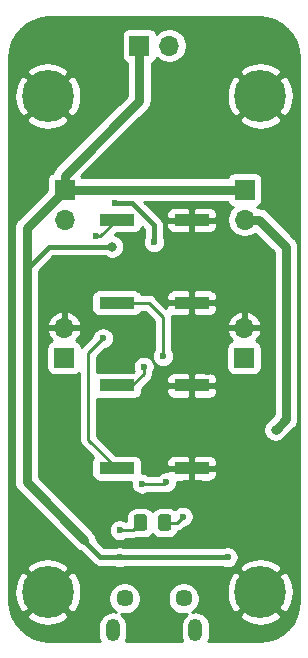
<source format=gbr>
G04 #@! TF.GenerationSoftware,KiCad,Pcbnew,(5.1.6)-1*
G04 #@! TF.CreationDate,2021-01-24T21:52:35-08:00*
G04 #@! TF.ProjectId,infrared_remote,696e6672-6172-4656-945f-72656d6f7465,rev?*
G04 #@! TF.SameCoordinates,Original*
G04 #@! TF.FileFunction,Copper,L2,Bot*
G04 #@! TF.FilePolarity,Positive*
%FSLAX46Y46*%
G04 Gerber Fmt 4.6, Leading zero omitted, Abs format (unit mm)*
G04 Created by KiCad (PCBNEW (5.1.6)-1) date 2021-01-24 21:52:35*
%MOMM*%
%LPD*%
G01*
G04 APERTURE LIST*
G04 #@! TA.AperFunction,ComponentPad*
%ADD10C,0.700000*%
G04 #@! TD*
G04 #@! TA.AperFunction,ComponentPad*
%ADD11C,4.400000*%
G04 #@! TD*
G04 #@! TA.AperFunction,SMDPad,CuDef*
%ADD12R,3.000000X1.000000*%
G04 #@! TD*
G04 #@! TA.AperFunction,ComponentPad*
%ADD13O,1.700000X1.700000*%
G04 #@! TD*
G04 #@! TA.AperFunction,ComponentPad*
%ADD14R,1.700000X1.700000*%
G04 #@! TD*
G04 #@! TA.AperFunction,ComponentPad*
%ADD15O,1.200000X1.900000*%
G04 #@! TD*
G04 #@! TA.AperFunction,ComponentPad*
%ADD16C,1.450000*%
G04 #@! TD*
G04 #@! TA.AperFunction,ViaPad*
%ADD17C,0.600000*%
G04 #@! TD*
G04 #@! TA.AperFunction,ViaPad*
%ADD18C,0.800000*%
G04 #@! TD*
G04 #@! TA.AperFunction,Conductor*
%ADD19C,0.250000*%
G04 #@! TD*
G04 #@! TA.AperFunction,Conductor*
%ADD20C,0.800000*%
G04 #@! TD*
G04 #@! TA.AperFunction,Conductor*
%ADD21C,0.400000*%
G04 #@! TD*
G04 #@! TA.AperFunction,Conductor*
%ADD22C,0.254000*%
G04 #@! TD*
G04 APERTURE END LIST*
D10*
G04 #@! TO.P,H4,1*
G04 #@! TO.N,GND*
X105924726Y-85733274D03*
X104758000Y-85250000D03*
X103591274Y-85733274D03*
X103108000Y-86900000D03*
X103591274Y-88066726D03*
X104758000Y-88550000D03*
X105924726Y-88066726D03*
X106408000Y-86900000D03*
D11*
X104758000Y-86900000D03*
G04 #@! TD*
D10*
G04 #@! TO.P,H3,1*
G04 #@! TO.N,GND*
X105924726Y-43733274D03*
X104758000Y-43250000D03*
X103591274Y-43733274D03*
X103108000Y-44900000D03*
X103591274Y-46066726D03*
X104758000Y-46550000D03*
X105924726Y-46066726D03*
X106408000Y-44900000D03*
D11*
X104758000Y-44900000D03*
G04 #@! TD*
D10*
G04 #@! TO.P,H2,1*
G04 #@! TO.N,GND*
X87924726Y-85733274D03*
X86758000Y-85250000D03*
X85591274Y-85733274D03*
X85108000Y-86900000D03*
X85591274Y-88066726D03*
X86758000Y-88550000D03*
X87924726Y-88066726D03*
X88408000Y-86900000D03*
D11*
X86758000Y-86900000D03*
G04 #@! TD*
D10*
G04 #@! TO.P,H1,1*
G04 #@! TO.N,GND*
X87924726Y-43733274D03*
X86758000Y-43250000D03*
X85591274Y-43733274D03*
X85108000Y-44900000D03*
X85591274Y-46066726D03*
X86758000Y-46550000D03*
X87924726Y-46066726D03*
X88408000Y-44900000D03*
D11*
X86758000Y-44900000D03*
G04 #@! TD*
D12*
G04 #@! TO.P,SW4,1*
G04 #@! TO.N,PA6*
X92583000Y-76407800D03*
G04 #@! TO.P,SW4,2*
G04 #@! TO.N,GND*
X98933000Y-76407800D03*
G04 #@! TD*
G04 #@! TO.P,SW3,1*
G04 #@! TO.N,PA3*
X92583000Y-69407800D03*
G04 #@! TO.P,SW3,2*
G04 #@! TO.N,GND*
X98933000Y-69407800D03*
G04 #@! TD*
G04 #@! TO.P,SW2,1*
G04 #@! TO.N,PA2*
X92583000Y-62407800D03*
G04 #@! TO.P,SW2,2*
G04 #@! TO.N,GND*
X98933000Y-62407800D03*
G04 #@! TD*
G04 #@! TO.P,SW1,1*
G04 #@! TO.N,PA1*
X92583000Y-55407800D03*
G04 #@! TO.P,SW1,2*
G04 #@! TO.N,GND*
X98933000Y-55407800D03*
G04 #@! TD*
D13*
G04 #@! TO.P,J6,2*
G04 #@! TO.N,Net-(J6-Pad2)*
X97048000Y-40640000D03*
D14*
G04 #@! TO.P,J6,1*
G04 #@! TO.N,BAT+*
X94508000Y-40640000D03*
G04 #@! TD*
D13*
G04 #@! TO.P,J5,2*
G04 #@! TO.N,GND*
X103378000Y-64516000D03*
D14*
G04 #@! TO.P,J5,1*
G04 #@! TO.N,UPDI*
X103378000Y-67056000D03*
G04 #@! TD*
D13*
G04 #@! TO.P,J4,2*
G04 #@! TO.N,GND*
X88138000Y-64516000D03*
D14*
G04 #@! TO.P,J4,1*
G04 #@! TO.N,UPDI*
X88138000Y-67056000D03*
G04 #@! TD*
D13*
G04 #@! TO.P,J3,2*
G04 #@! TO.N,BAT-*
X88188000Y-55372000D03*
D14*
G04 #@! TO.P,J3,1*
G04 #@! TO.N,BAT+*
X88188000Y-52832000D03*
G04 #@! TD*
D13*
G04 #@! TO.P,J2,2*
G04 #@! TO.N,BAT-*
X103428000Y-55372000D03*
D14*
G04 #@! TO.P,J2,1*
G04 #@! TO.N,BAT+*
X103428000Y-52832000D03*
G04 #@! TD*
D15*
G04 #@! TO.P,J1,6*
G04 #@! TO.N,Net-(J1-Pad6)*
X99258000Y-90137500D03*
X92258000Y-90137500D03*
D16*
X98258000Y-87437500D03*
X93258000Y-87437500D03*
G04 #@! TD*
G04 #@! TO.P,D1,2*
G04 #@! TO.N,VCC*
G04 #@! TA.AperFunction,SMDPad,CuDef*
G36*
G01*
X96081000Y-81476001D02*
X96081000Y-80575999D01*
G75*
G02*
X96330999Y-80326000I249999J0D01*
G01*
X96981001Y-80326000D01*
G75*
G02*
X97231000Y-80575999I0J-249999D01*
G01*
X97231000Y-81476001D01*
G75*
G02*
X96981001Y-81726000I-249999J0D01*
G01*
X96330999Y-81726000D01*
G75*
G02*
X96081000Y-81476001I0J249999D01*
G01*
G37*
G04 #@! TD.AperFunction*
G04 #@! TO.P,D1,1*
G04 #@! TO.N,~CHRG*
G04 #@! TA.AperFunction,SMDPad,CuDef*
G36*
G01*
X94031000Y-81476001D02*
X94031000Y-80575999D01*
G75*
G02*
X94280999Y-80326000I249999J0D01*
G01*
X94931001Y-80326000D01*
G75*
G02*
X95181000Y-80575999I0J-249999D01*
G01*
X95181000Y-81476001D01*
G75*
G02*
X94931001Y-81726000I-249999J0D01*
G01*
X94280999Y-81726000D01*
G75*
G02*
X94031000Y-81476001I0J249999D01*
G01*
G37*
G04 #@! TD.AperFunction*
G04 #@! TD*
D17*
G04 #@! TO.N,VCC*
X98171000Y-80518000D03*
G04 #@! TO.N,GND*
X95504000Y-82550000D03*
X88646000Y-72644000D03*
X91694000Y-72644000D03*
X100330000Y-64262000D03*
X87376000Y-60960000D03*
X88646000Y-60960000D03*
X88646000Y-59690000D03*
X87376000Y-59690000D03*
X97282000Y-57150000D03*
X98282000Y-57150000D03*
X99282000Y-57150000D03*
X100282000Y-57150000D03*
X101282000Y-57150000D03*
X97282000Y-58150000D03*
X98282000Y-58150000D03*
X99282000Y-58150000D03*
X100282000Y-58150000D03*
X101282000Y-58150000D03*
X101330000Y-64262000D03*
X100330000Y-65262000D03*
X101330000Y-65262000D03*
X100330000Y-66262000D03*
X101330000Y-66262000D03*
X100330000Y-67262000D03*
X101330000Y-67262000D03*
X100330000Y-68262000D03*
X101330000Y-68262000D03*
X99568000Y-72644000D03*
X100568000Y-72644000D03*
X101568000Y-72644000D03*
X102568000Y-72644000D03*
X103568000Y-72644000D03*
X87646000Y-72644000D03*
X86646000Y-72644000D03*
D18*
G04 #@! TO.N,BAT-*
X106045000Y-73152000D03*
G04 #@! TO.N,BAT+*
X92202000Y-57658000D03*
D17*
X101981000Y-83947000D03*
X92837000Y-83947000D03*
G04 #@! TO.N,~CHRG*
X92837000Y-81661000D03*
G04 #@! TO.N,Net-(Q1-Pad4)*
X94742000Y-77724000D03*
X96774000Y-77597000D03*
G04 #@! TO.N,Net-(R6-Pad2)*
X95758000Y-57277000D03*
X92456000Y-53975000D03*
G04 #@! TO.N,PA1*
X90805000Y-56769000D03*
G04 #@! TO.N,PA2*
X96520000Y-66929000D03*
G04 #@! TO.N,PA3*
X94869000Y-67818000D03*
G04 #@! TO.N,PA6*
X91440000Y-65405000D03*
G04 #@! TD*
D19*
G04 #@! TO.N,VCC*
X96656000Y-81026000D02*
X97663000Y-81026000D01*
X97663000Y-81026000D02*
X98171000Y-80518000D01*
D20*
G04 #@! TO.N,BAT-*
X104630081Y-55372000D02*
X106934000Y-57675919D01*
X103428000Y-55372000D02*
X104630081Y-55372000D01*
X106934000Y-57675919D02*
X106934000Y-72263000D01*
X106934000Y-72263000D02*
X106045000Y-73152000D01*
G04 #@! TO.N,BAT+*
X89850000Y-82484000D02*
X84963000Y-77597000D01*
X84963000Y-56057000D02*
X88188000Y-52832000D01*
X103428000Y-52832000D02*
X88188000Y-52832000D01*
X88188000Y-52832000D02*
X88188000Y-51639000D01*
X94508000Y-45319000D02*
X94508000Y-40640000D01*
X88188000Y-51639000D02*
X94508000Y-45319000D01*
D21*
X84963000Y-61341000D02*
X84963000Y-59563000D01*
D20*
X84963000Y-61341000D02*
X84963000Y-56057000D01*
X84963000Y-77597000D02*
X84963000Y-61341000D01*
D21*
X84963000Y-59563000D02*
X86868000Y-57658000D01*
X86868000Y-57658000D02*
X92202000Y-57658000D01*
X96740556Y-83947000D02*
X101981000Y-83947000D01*
X89850000Y-82484000D02*
X89850000Y-82611000D01*
X93853000Y-83947000D02*
X94869000Y-83947000D01*
X94869000Y-83947000D02*
X96740556Y-83947000D01*
X92837000Y-83947000D02*
X94869000Y-83947000D01*
X91186000Y-83947000D02*
X92837000Y-83947000D01*
X89850000Y-82611000D02*
X91186000Y-83947000D01*
D19*
G04 #@! TO.N,~CHRG*
X93971000Y-81661000D02*
X94606000Y-81026000D01*
X92837000Y-81661000D02*
X93971000Y-81661000D01*
G04 #@! TO.N,Net-(Q1-Pad4)*
X94742000Y-77724000D02*
X96647000Y-77724000D01*
X96647000Y-77724000D02*
X96774000Y-77597000D01*
D21*
G04 #@! TO.N,Net-(R6-Pad2)*
X95758000Y-55862798D02*
X93870202Y-53975000D01*
X95758000Y-57277000D02*
X95758000Y-55862798D01*
X93870202Y-53975000D02*
X92456000Y-53975000D01*
D19*
G04 #@! TO.N,PA1*
X91221800Y-56769000D02*
X92583000Y-55407800D01*
X90805000Y-56769000D02*
X91221800Y-56769000D01*
G04 #@! TO.N,PA2*
X92583000Y-62407800D02*
X95300800Y-62407800D01*
X95300800Y-62407800D02*
X96520000Y-63627000D01*
X96520000Y-63627000D02*
X96520000Y-66929000D01*
G04 #@! TO.N,PA3*
X94869000Y-67818000D02*
X94869000Y-68453000D01*
X93914200Y-69407800D02*
X92583000Y-69407800D01*
X94869000Y-68453000D02*
X93914200Y-69407800D01*
G04 #@! TO.N,PA6*
X92583000Y-76407800D02*
X90170000Y-73994800D01*
X90170000Y-73994800D02*
X90170000Y-66675000D01*
X90170000Y-66675000D02*
X91440000Y-65405000D01*
G04 #@! TD*
D22*
G04 #@! TO.N,GND*
G36*
X105308558Y-38319933D02*
G01*
X105943960Y-38511772D01*
X106529994Y-38823373D01*
X107044347Y-39242870D01*
X107467419Y-39754275D01*
X107783104Y-40338123D01*
X107979375Y-40972170D01*
X108052001Y-41663164D01*
X108052000Y-87597722D01*
X107984067Y-88290558D01*
X107792228Y-88925958D01*
X107480630Y-89511991D01*
X107061130Y-90026347D01*
X106549725Y-90449419D01*
X105965878Y-90765103D01*
X105331830Y-90961375D01*
X104640845Y-91034000D01*
X100366241Y-91034000D01*
X100404511Y-90962401D01*
X100475130Y-90729601D01*
X100493000Y-90548164D01*
X100493000Y-89726835D01*
X100475130Y-89545398D01*
X100404511Y-89312599D01*
X100289833Y-89098051D01*
X100135502Y-88909998D01*
X100110861Y-88889775D01*
X102947830Y-88889775D01*
X103187976Y-89277018D01*
X103681877Y-89537641D01*
X104217133Y-89696901D01*
X104773174Y-89748678D01*
X105328632Y-89690981D01*
X105862161Y-89526028D01*
X106328024Y-89277018D01*
X106568170Y-88889775D01*
X104758000Y-87079605D01*
X102947830Y-88889775D01*
X100110861Y-88889775D01*
X99947448Y-88755667D01*
X99732900Y-88640989D01*
X99500101Y-88570370D01*
X99258000Y-88546525D01*
X99015898Y-88570370D01*
X99005965Y-88573383D01*
X99124949Y-88493881D01*
X99314381Y-88304449D01*
X99463216Y-88081701D01*
X99565736Y-87834197D01*
X99618000Y-87571448D01*
X99618000Y-87303552D01*
X99565736Y-87040803D01*
X99513699Y-86915174D01*
X101909322Y-86915174D01*
X101967019Y-87470632D01*
X102131972Y-88004161D01*
X102380982Y-88470024D01*
X102768225Y-88710170D01*
X104578395Y-86900000D01*
X104937605Y-86900000D01*
X106747775Y-88710170D01*
X107135018Y-88470024D01*
X107395641Y-87976123D01*
X107554901Y-87440867D01*
X107606678Y-86884826D01*
X107548981Y-86329368D01*
X107384028Y-85795839D01*
X107135018Y-85329976D01*
X106747775Y-85089830D01*
X104937605Y-86900000D01*
X104578395Y-86900000D01*
X102768225Y-85089830D01*
X102380982Y-85329976D01*
X102120359Y-85823877D01*
X101961099Y-86359133D01*
X101909322Y-86915174D01*
X99513699Y-86915174D01*
X99463216Y-86793299D01*
X99314381Y-86570551D01*
X99124949Y-86381119D01*
X98902201Y-86232284D01*
X98654697Y-86129764D01*
X98391948Y-86077500D01*
X98124052Y-86077500D01*
X97861303Y-86129764D01*
X97613799Y-86232284D01*
X97391051Y-86381119D01*
X97201619Y-86570551D01*
X97052784Y-86793299D01*
X96950264Y-87040803D01*
X96898000Y-87303552D01*
X96898000Y-87571448D01*
X96950264Y-87834197D01*
X97052784Y-88081701D01*
X97201619Y-88304449D01*
X97391051Y-88493881D01*
X97613799Y-88642716D01*
X97861303Y-88745236D01*
X98124052Y-88797500D01*
X98391948Y-88797500D01*
X98557768Y-88764516D01*
X98380498Y-88909998D01*
X98226167Y-89098052D01*
X98111489Y-89312600D01*
X98040870Y-89545399D01*
X98023000Y-89726836D01*
X98023000Y-90548165D01*
X98040870Y-90729602D01*
X98111489Y-90962401D01*
X98149760Y-91034000D01*
X93366241Y-91034000D01*
X93404511Y-90962401D01*
X93475130Y-90729602D01*
X93493000Y-90548165D01*
X93493000Y-89726836D01*
X93475130Y-89545399D01*
X93404511Y-89312599D01*
X93289833Y-89098051D01*
X93135502Y-88909998D01*
X92958232Y-88764516D01*
X93124052Y-88797500D01*
X93391948Y-88797500D01*
X93654697Y-88745236D01*
X93902201Y-88642716D01*
X94124949Y-88493881D01*
X94314381Y-88304449D01*
X94463216Y-88081701D01*
X94565736Y-87834197D01*
X94618000Y-87571448D01*
X94618000Y-87303552D01*
X94565736Y-87040803D01*
X94463216Y-86793299D01*
X94314381Y-86570551D01*
X94124949Y-86381119D01*
X93902201Y-86232284D01*
X93654697Y-86129764D01*
X93391948Y-86077500D01*
X93124052Y-86077500D01*
X92861303Y-86129764D01*
X92613799Y-86232284D01*
X92391051Y-86381119D01*
X92201619Y-86570551D01*
X92052784Y-86793299D01*
X91950264Y-87040803D01*
X91898000Y-87303552D01*
X91898000Y-87571448D01*
X91950264Y-87834197D01*
X92052784Y-88081701D01*
X92201619Y-88304449D01*
X92391051Y-88493881D01*
X92510035Y-88573383D01*
X92500102Y-88570370D01*
X92258000Y-88546525D01*
X92015899Y-88570370D01*
X91783100Y-88640989D01*
X91568552Y-88755667D01*
X91380499Y-88909998D01*
X91226168Y-89098051D01*
X91111489Y-89312599D01*
X91040870Y-89545398D01*
X91023000Y-89726835D01*
X91023000Y-90548164D01*
X91040870Y-90729601D01*
X91111489Y-90962400D01*
X91149760Y-91034000D01*
X86900278Y-91034000D01*
X86207442Y-90966067D01*
X85572042Y-90774228D01*
X84986009Y-90462630D01*
X84471653Y-90043130D01*
X84048581Y-89531725D01*
X83732897Y-88947878D01*
X83714911Y-88889775D01*
X84947830Y-88889775D01*
X85187976Y-89277018D01*
X85681877Y-89537641D01*
X86217133Y-89696901D01*
X86773174Y-89748678D01*
X87328632Y-89690981D01*
X87862161Y-89526028D01*
X88328024Y-89277018D01*
X88568170Y-88889775D01*
X86758000Y-87079605D01*
X84947830Y-88889775D01*
X83714911Y-88889775D01*
X83536625Y-88313830D01*
X83464000Y-87622845D01*
X83464000Y-86915174D01*
X83909322Y-86915174D01*
X83967019Y-87470632D01*
X84131972Y-88004161D01*
X84380982Y-88470024D01*
X84768225Y-88710170D01*
X86578395Y-86900000D01*
X86937605Y-86900000D01*
X88747775Y-88710170D01*
X89135018Y-88470024D01*
X89395641Y-87976123D01*
X89554901Y-87440867D01*
X89606678Y-86884826D01*
X89548981Y-86329368D01*
X89384028Y-85795839D01*
X89135018Y-85329976D01*
X88747775Y-85089830D01*
X86937605Y-86900000D01*
X86578395Y-86900000D01*
X84768225Y-85089830D01*
X84380982Y-85329976D01*
X84120359Y-85823877D01*
X83961099Y-86359133D01*
X83909322Y-86915174D01*
X83464000Y-86915174D01*
X83464000Y-84910225D01*
X84947830Y-84910225D01*
X86758000Y-86720395D01*
X88568170Y-84910225D01*
X102947830Y-84910225D01*
X104758000Y-86720395D01*
X106568170Y-84910225D01*
X106328024Y-84522982D01*
X105834123Y-84262359D01*
X105298867Y-84103099D01*
X104742826Y-84051322D01*
X104187368Y-84109019D01*
X103653839Y-84273972D01*
X103187976Y-84522982D01*
X102947830Y-84910225D01*
X88568170Y-84910225D01*
X88328024Y-84522982D01*
X87834123Y-84262359D01*
X87298867Y-84103099D01*
X86742826Y-84051322D01*
X86187368Y-84109019D01*
X85653839Y-84273972D01*
X85187976Y-84522982D01*
X84947830Y-84910225D01*
X83464000Y-84910225D01*
X83464000Y-56057000D01*
X83922994Y-56057000D01*
X83928001Y-56107838D01*
X83928000Y-61391837D01*
X83928001Y-61391847D01*
X83928000Y-77546172D01*
X83922994Y-77597000D01*
X83928000Y-77647828D01*
X83928000Y-77647837D01*
X83942976Y-77799894D01*
X84002159Y-77994992D01*
X84098266Y-78174797D01*
X84227604Y-78332396D01*
X84267097Y-78364807D01*
X89154092Y-83251803D01*
X89272202Y-83348734D01*
X89452006Y-83444840D01*
X89525166Y-83467033D01*
X90566558Y-84508426D01*
X90592709Y-84540291D01*
X90719854Y-84644636D01*
X90864913Y-84722172D01*
X91022311Y-84769918D01*
X91144981Y-84782000D01*
X91144991Y-84782000D01*
X91185999Y-84786039D01*
X91227007Y-84782000D01*
X92409596Y-84782000D01*
X92564271Y-84846068D01*
X92744911Y-84882000D01*
X92929089Y-84882000D01*
X93109729Y-84846068D01*
X93264404Y-84782000D01*
X101553596Y-84782000D01*
X101708271Y-84846068D01*
X101888911Y-84882000D01*
X102073089Y-84882000D01*
X102253729Y-84846068D01*
X102423889Y-84775586D01*
X102577028Y-84673262D01*
X102707262Y-84543028D01*
X102809586Y-84389889D01*
X102880068Y-84219729D01*
X102916000Y-84039089D01*
X102916000Y-83854911D01*
X102880068Y-83674271D01*
X102809586Y-83504111D01*
X102707262Y-83350972D01*
X102577028Y-83220738D01*
X102423889Y-83118414D01*
X102253729Y-83047932D01*
X102073089Y-83012000D01*
X101888911Y-83012000D01*
X101708271Y-83047932D01*
X101553596Y-83112000D01*
X93264404Y-83112000D01*
X93109729Y-83047932D01*
X92929089Y-83012000D01*
X92744911Y-83012000D01*
X92564271Y-83047932D01*
X92409596Y-83112000D01*
X91531868Y-83112000D01*
X90888493Y-82468625D01*
X90870023Y-82281105D01*
X90810840Y-82086006D01*
X90714734Y-81906202D01*
X90617803Y-81788092D01*
X90398622Y-81568911D01*
X91902000Y-81568911D01*
X91902000Y-81753089D01*
X91937932Y-81933729D01*
X92008414Y-82103889D01*
X92110738Y-82257028D01*
X92240972Y-82387262D01*
X92394111Y-82489586D01*
X92564271Y-82560068D01*
X92744911Y-82596000D01*
X92929089Y-82596000D01*
X93109729Y-82560068D01*
X93279889Y-82489586D01*
X93382535Y-82421000D01*
X93933678Y-82421000D01*
X93971000Y-82424676D01*
X94008322Y-82421000D01*
X94008333Y-82421000D01*
X94119986Y-82410003D01*
X94263247Y-82366546D01*
X94269917Y-82362981D01*
X94280999Y-82364072D01*
X94931001Y-82364072D01*
X95104255Y-82347008D01*
X95270851Y-82296472D01*
X95424387Y-82214405D01*
X95558962Y-82103962D01*
X95631000Y-82016184D01*
X95703038Y-82103962D01*
X95837613Y-82214405D01*
X95991149Y-82296472D01*
X96157745Y-82347008D01*
X96330999Y-82364072D01*
X96981001Y-82364072D01*
X97154255Y-82347008D01*
X97320851Y-82296472D01*
X97474387Y-82214405D01*
X97608962Y-82103962D01*
X97719405Y-81969387D01*
X97801472Y-81815851D01*
X97814053Y-81774376D01*
X97955247Y-81731546D01*
X98087276Y-81660974D01*
X98203001Y-81566001D01*
X98226803Y-81536998D01*
X98322649Y-81441153D01*
X98443729Y-81417068D01*
X98613889Y-81346586D01*
X98767028Y-81244262D01*
X98897262Y-81114028D01*
X98999586Y-80960889D01*
X99070068Y-80790729D01*
X99106000Y-80610089D01*
X99106000Y-80425911D01*
X99070068Y-80245271D01*
X98999586Y-80075111D01*
X98897262Y-79921972D01*
X98767028Y-79791738D01*
X98613889Y-79689414D01*
X98443729Y-79618932D01*
X98263089Y-79583000D01*
X98078911Y-79583000D01*
X97898271Y-79618932D01*
X97728111Y-79689414D01*
X97574972Y-79791738D01*
X97504446Y-79862264D01*
X97474387Y-79837595D01*
X97320851Y-79755528D01*
X97154255Y-79704992D01*
X96981001Y-79687928D01*
X96330999Y-79687928D01*
X96157745Y-79704992D01*
X95991149Y-79755528D01*
X95837613Y-79837595D01*
X95703038Y-79948038D01*
X95631000Y-80035816D01*
X95558962Y-79948038D01*
X95424387Y-79837595D01*
X95270851Y-79755528D01*
X95104255Y-79704992D01*
X94931001Y-79687928D01*
X94280999Y-79687928D01*
X94107745Y-79704992D01*
X93941149Y-79755528D01*
X93787613Y-79837595D01*
X93653038Y-79948038D01*
X93542595Y-80082613D01*
X93460528Y-80236149D01*
X93409992Y-80402745D01*
X93392928Y-80575999D01*
X93392928Y-80901000D01*
X93382535Y-80901000D01*
X93279889Y-80832414D01*
X93109729Y-80761932D01*
X92929089Y-80726000D01*
X92744911Y-80726000D01*
X92564271Y-80761932D01*
X92394111Y-80832414D01*
X92240972Y-80934738D01*
X92110738Y-81064972D01*
X92008414Y-81218111D01*
X91937932Y-81388271D01*
X91902000Y-81568911D01*
X90398622Y-81568911D01*
X85998000Y-77168290D01*
X85998000Y-66206000D01*
X86649928Y-66206000D01*
X86649928Y-67906000D01*
X86662188Y-68030482D01*
X86698498Y-68150180D01*
X86757463Y-68260494D01*
X86836815Y-68357185D01*
X86933506Y-68436537D01*
X87043820Y-68495502D01*
X87163518Y-68531812D01*
X87288000Y-68544072D01*
X88988000Y-68544072D01*
X89112482Y-68531812D01*
X89232180Y-68495502D01*
X89342494Y-68436537D01*
X89410001Y-68381136D01*
X89410000Y-73957478D01*
X89406324Y-73994800D01*
X89410000Y-74032122D01*
X89410000Y-74032132D01*
X89420997Y-74143785D01*
X89464454Y-74287046D01*
X89535026Y-74419076D01*
X89574871Y-74467626D01*
X89629999Y-74534801D01*
X89659003Y-74558604D01*
X90598098Y-75497699D01*
X90552463Y-75553306D01*
X90493498Y-75663620D01*
X90457188Y-75783318D01*
X90444928Y-75907800D01*
X90444928Y-76907800D01*
X90457188Y-77032282D01*
X90493498Y-77151980D01*
X90552463Y-77262294D01*
X90631815Y-77358985D01*
X90728506Y-77438337D01*
X90838820Y-77497302D01*
X90958518Y-77533612D01*
X91083000Y-77545872D01*
X93824114Y-77545872D01*
X93807000Y-77631911D01*
X93807000Y-77816089D01*
X93842932Y-77996729D01*
X93913414Y-78166889D01*
X94015738Y-78320028D01*
X94145972Y-78450262D01*
X94299111Y-78552586D01*
X94469271Y-78623068D01*
X94649911Y-78659000D01*
X94834089Y-78659000D01*
X95014729Y-78623068D01*
X95184889Y-78552586D01*
X95287535Y-78484000D01*
X96472136Y-78484000D01*
X96501271Y-78496068D01*
X96681911Y-78532000D01*
X96866089Y-78532000D01*
X97046729Y-78496068D01*
X97216889Y-78425586D01*
X97370028Y-78323262D01*
X97500262Y-78193028D01*
X97602586Y-78039889D01*
X97673068Y-77869729D01*
X97709000Y-77689089D01*
X97709000Y-77545174D01*
X98647250Y-77542800D01*
X98806000Y-77384050D01*
X98806000Y-76534800D01*
X99060000Y-76534800D01*
X99060000Y-77384050D01*
X99218750Y-77542800D01*
X100433000Y-77545872D01*
X100557482Y-77533612D01*
X100677180Y-77497302D01*
X100787494Y-77438337D01*
X100884185Y-77358985D01*
X100963537Y-77262294D01*
X101022502Y-77151980D01*
X101058812Y-77032282D01*
X101071072Y-76907800D01*
X101068000Y-76693550D01*
X100909250Y-76534800D01*
X99060000Y-76534800D01*
X98806000Y-76534800D01*
X96956750Y-76534800D01*
X96829550Y-76662000D01*
X96681911Y-76662000D01*
X96501271Y-76697932D01*
X96331111Y-76768414D01*
X96177972Y-76870738D01*
X96084710Y-76964000D01*
X95287535Y-76964000D01*
X95184889Y-76895414D01*
X95014729Y-76824932D01*
X94834089Y-76789000D01*
X94721072Y-76789000D01*
X94721072Y-75907800D01*
X96794928Y-75907800D01*
X96798000Y-76122050D01*
X96956750Y-76280800D01*
X98806000Y-76280800D01*
X98806000Y-75431550D01*
X99060000Y-75431550D01*
X99060000Y-76280800D01*
X100909250Y-76280800D01*
X101068000Y-76122050D01*
X101071072Y-75907800D01*
X101058812Y-75783318D01*
X101022502Y-75663620D01*
X100963537Y-75553306D01*
X100884185Y-75456615D01*
X100787494Y-75377263D01*
X100677180Y-75318298D01*
X100557482Y-75281988D01*
X100433000Y-75269728D01*
X99218750Y-75272800D01*
X99060000Y-75431550D01*
X98806000Y-75431550D01*
X98647250Y-75272800D01*
X97433000Y-75269728D01*
X97308518Y-75281988D01*
X97188820Y-75318298D01*
X97078506Y-75377263D01*
X96981815Y-75456615D01*
X96902463Y-75553306D01*
X96843498Y-75663620D01*
X96807188Y-75783318D01*
X96794928Y-75907800D01*
X94721072Y-75907800D01*
X94708812Y-75783318D01*
X94672502Y-75663620D01*
X94613537Y-75553306D01*
X94534185Y-75456615D01*
X94437494Y-75377263D01*
X94327180Y-75318298D01*
X94207482Y-75281988D01*
X94083000Y-75269728D01*
X92519730Y-75269728D01*
X90930000Y-73679999D01*
X90930000Y-70524961D01*
X90958518Y-70533612D01*
X91083000Y-70545872D01*
X94083000Y-70545872D01*
X94207482Y-70533612D01*
X94327180Y-70497302D01*
X94437494Y-70438337D01*
X94534185Y-70358985D01*
X94613537Y-70262294D01*
X94672502Y-70151980D01*
X94708812Y-70032282D01*
X94721072Y-69907800D01*
X96794928Y-69907800D01*
X96807188Y-70032282D01*
X96843498Y-70151980D01*
X96902463Y-70262294D01*
X96981815Y-70358985D01*
X97078506Y-70438337D01*
X97188820Y-70497302D01*
X97308518Y-70533612D01*
X97433000Y-70545872D01*
X98647250Y-70542800D01*
X98806000Y-70384050D01*
X98806000Y-69534800D01*
X99060000Y-69534800D01*
X99060000Y-70384050D01*
X99218750Y-70542800D01*
X100433000Y-70545872D01*
X100557482Y-70533612D01*
X100677180Y-70497302D01*
X100787494Y-70438337D01*
X100884185Y-70358985D01*
X100963537Y-70262294D01*
X101022502Y-70151980D01*
X101058812Y-70032282D01*
X101071072Y-69907800D01*
X101068000Y-69693550D01*
X100909250Y-69534800D01*
X99060000Y-69534800D01*
X98806000Y-69534800D01*
X96956750Y-69534800D01*
X96798000Y-69693550D01*
X96794928Y-69907800D01*
X94721072Y-69907800D01*
X94721072Y-69675729D01*
X95380003Y-69016799D01*
X95409001Y-68993001D01*
X95478923Y-68907800D01*
X96794928Y-68907800D01*
X96798000Y-69122050D01*
X96956750Y-69280800D01*
X98806000Y-69280800D01*
X98806000Y-68431550D01*
X99060000Y-68431550D01*
X99060000Y-69280800D01*
X100909250Y-69280800D01*
X101068000Y-69122050D01*
X101071072Y-68907800D01*
X101058812Y-68783318D01*
X101022502Y-68663620D01*
X100963537Y-68553306D01*
X100884185Y-68456615D01*
X100787494Y-68377263D01*
X100677180Y-68318298D01*
X100557482Y-68281988D01*
X100433000Y-68269728D01*
X99218750Y-68272800D01*
X99060000Y-68431550D01*
X98806000Y-68431550D01*
X98647250Y-68272800D01*
X97433000Y-68269728D01*
X97308518Y-68281988D01*
X97188820Y-68318298D01*
X97078506Y-68377263D01*
X96981815Y-68456615D01*
X96902463Y-68553306D01*
X96843498Y-68663620D01*
X96807188Y-68783318D01*
X96794928Y-68907800D01*
X95478923Y-68907800D01*
X95487953Y-68896798D01*
X95503974Y-68877277D01*
X95574546Y-68745247D01*
X95583094Y-68717068D01*
X95618003Y-68601986D01*
X95629000Y-68490333D01*
X95629000Y-68490324D01*
X95632676Y-68453001D01*
X95629000Y-68415678D01*
X95629000Y-68363535D01*
X95697586Y-68260889D01*
X95768068Y-68090729D01*
X95804000Y-67910089D01*
X95804000Y-67725911D01*
X95768068Y-67545271D01*
X95704141Y-67390936D01*
X95793738Y-67525028D01*
X95923972Y-67655262D01*
X96077111Y-67757586D01*
X96247271Y-67828068D01*
X96427911Y-67864000D01*
X96612089Y-67864000D01*
X96792729Y-67828068D01*
X96962889Y-67757586D01*
X97116028Y-67655262D01*
X97246262Y-67525028D01*
X97348586Y-67371889D01*
X97419068Y-67201729D01*
X97455000Y-67021089D01*
X97455000Y-66836911D01*
X97419068Y-66656271D01*
X97348586Y-66486111D01*
X97280000Y-66383465D01*
X97280000Y-66206000D01*
X101889928Y-66206000D01*
X101889928Y-67906000D01*
X101902188Y-68030482D01*
X101938498Y-68150180D01*
X101997463Y-68260494D01*
X102076815Y-68357185D01*
X102173506Y-68436537D01*
X102283820Y-68495502D01*
X102403518Y-68531812D01*
X102528000Y-68544072D01*
X104228000Y-68544072D01*
X104352482Y-68531812D01*
X104472180Y-68495502D01*
X104582494Y-68436537D01*
X104679185Y-68357185D01*
X104758537Y-68260494D01*
X104817502Y-68150180D01*
X104853812Y-68030482D01*
X104866072Y-67906000D01*
X104866072Y-66206000D01*
X104853812Y-66081518D01*
X104817502Y-65961820D01*
X104758537Y-65851506D01*
X104679185Y-65754815D01*
X104582494Y-65675463D01*
X104472180Y-65616498D01*
X104391534Y-65592034D01*
X104475588Y-65516269D01*
X104649641Y-65282920D01*
X104774825Y-65020099D01*
X104819476Y-64872890D01*
X104698155Y-64643000D01*
X103505000Y-64643000D01*
X103505000Y-64663000D01*
X103251000Y-64663000D01*
X103251000Y-64643000D01*
X102057845Y-64643000D01*
X101936524Y-64872890D01*
X101981175Y-65020099D01*
X102106359Y-65282920D01*
X102280412Y-65516269D01*
X102364466Y-65592034D01*
X102283820Y-65616498D01*
X102173506Y-65675463D01*
X102076815Y-65754815D01*
X101997463Y-65851506D01*
X101938498Y-65961820D01*
X101902188Y-66081518D01*
X101889928Y-66206000D01*
X97280000Y-66206000D01*
X97280000Y-64159110D01*
X101936524Y-64159110D01*
X102057845Y-64389000D01*
X103251000Y-64389000D01*
X103251000Y-63195186D01*
X103505000Y-63195186D01*
X103505000Y-64389000D01*
X104698155Y-64389000D01*
X104819476Y-64159110D01*
X104774825Y-64011901D01*
X104649641Y-63749080D01*
X104475588Y-63515731D01*
X104259355Y-63320822D01*
X104009252Y-63171843D01*
X103734891Y-63074519D01*
X103505000Y-63195186D01*
X103251000Y-63195186D01*
X103021109Y-63074519D01*
X102746748Y-63171843D01*
X102496645Y-63320822D01*
X102280412Y-63515731D01*
X102106359Y-63749080D01*
X101981175Y-64011901D01*
X101936524Y-64159110D01*
X97280000Y-64159110D01*
X97280000Y-63664322D01*
X97283676Y-63626999D01*
X97280000Y-63589676D01*
X97280000Y-63589667D01*
X97273431Y-63522968D01*
X97308518Y-63533612D01*
X97433000Y-63545872D01*
X98647250Y-63542800D01*
X98806000Y-63384050D01*
X98806000Y-62534800D01*
X99060000Y-62534800D01*
X99060000Y-63384050D01*
X99218750Y-63542800D01*
X100433000Y-63545872D01*
X100557482Y-63533612D01*
X100677180Y-63497302D01*
X100787494Y-63438337D01*
X100884185Y-63358985D01*
X100963537Y-63262294D01*
X101022502Y-63151980D01*
X101058812Y-63032282D01*
X101071072Y-62907800D01*
X101068000Y-62693550D01*
X100909250Y-62534800D01*
X99060000Y-62534800D01*
X98806000Y-62534800D01*
X96956750Y-62534800D01*
X96798000Y-62693550D01*
X96796068Y-62828267D01*
X95875601Y-61907800D01*
X96794928Y-61907800D01*
X96798000Y-62122050D01*
X96956750Y-62280800D01*
X98806000Y-62280800D01*
X98806000Y-61431550D01*
X99060000Y-61431550D01*
X99060000Y-62280800D01*
X100909250Y-62280800D01*
X101068000Y-62122050D01*
X101071072Y-61907800D01*
X101058812Y-61783318D01*
X101022502Y-61663620D01*
X100963537Y-61553306D01*
X100884185Y-61456615D01*
X100787494Y-61377263D01*
X100677180Y-61318298D01*
X100557482Y-61281988D01*
X100433000Y-61269728D01*
X99218750Y-61272800D01*
X99060000Y-61431550D01*
X98806000Y-61431550D01*
X98647250Y-61272800D01*
X97433000Y-61269728D01*
X97308518Y-61281988D01*
X97188820Y-61318298D01*
X97078506Y-61377263D01*
X96981815Y-61456615D01*
X96902463Y-61553306D01*
X96843498Y-61663620D01*
X96807188Y-61783318D01*
X96794928Y-61907800D01*
X95875601Y-61907800D01*
X95864604Y-61896803D01*
X95840801Y-61867799D01*
X95725076Y-61772826D01*
X95593047Y-61702254D01*
X95449786Y-61658797D01*
X95338133Y-61647800D01*
X95338122Y-61647800D01*
X95300800Y-61644124D01*
X95263478Y-61647800D01*
X94664046Y-61647800D01*
X94613537Y-61553306D01*
X94534185Y-61456615D01*
X94437494Y-61377263D01*
X94327180Y-61318298D01*
X94207482Y-61281988D01*
X94083000Y-61269728D01*
X91083000Y-61269728D01*
X90958518Y-61281988D01*
X90838820Y-61318298D01*
X90728506Y-61377263D01*
X90631815Y-61456615D01*
X90552463Y-61553306D01*
X90493498Y-61663620D01*
X90457188Y-61783318D01*
X90444928Y-61907800D01*
X90444928Y-62907800D01*
X90457188Y-63032282D01*
X90493498Y-63151980D01*
X90552463Y-63262294D01*
X90631815Y-63358985D01*
X90728506Y-63438337D01*
X90838820Y-63497302D01*
X90958518Y-63533612D01*
X91083000Y-63545872D01*
X94083000Y-63545872D01*
X94207482Y-63533612D01*
X94327180Y-63497302D01*
X94437494Y-63438337D01*
X94534185Y-63358985D01*
X94613537Y-63262294D01*
X94664046Y-63167800D01*
X94985999Y-63167800D01*
X95760000Y-63941802D01*
X95760001Y-66383463D01*
X95691414Y-66486111D01*
X95620932Y-66656271D01*
X95585000Y-66836911D01*
X95585000Y-67021089D01*
X95620932Y-67201729D01*
X95684859Y-67356064D01*
X95595262Y-67221972D01*
X95465028Y-67091738D01*
X95311889Y-66989414D01*
X95141729Y-66918932D01*
X94961089Y-66883000D01*
X94776911Y-66883000D01*
X94596271Y-66918932D01*
X94426111Y-66989414D01*
X94272972Y-67091738D01*
X94142738Y-67221972D01*
X94040414Y-67375111D01*
X93969932Y-67545271D01*
X93934000Y-67725911D01*
X93934000Y-67910089D01*
X93969932Y-68090729D01*
X94024567Y-68222631D01*
X93977470Y-68269728D01*
X91083000Y-68269728D01*
X90958518Y-68281988D01*
X90930000Y-68290639D01*
X90930000Y-66989801D01*
X91591649Y-66328153D01*
X91712729Y-66304068D01*
X91882889Y-66233586D01*
X92036028Y-66131262D01*
X92166262Y-66001028D01*
X92268586Y-65847889D01*
X92339068Y-65677729D01*
X92375000Y-65497089D01*
X92375000Y-65312911D01*
X92339068Y-65132271D01*
X92268586Y-64962111D01*
X92166262Y-64808972D01*
X92036028Y-64678738D01*
X91882889Y-64576414D01*
X91712729Y-64505932D01*
X91532089Y-64470000D01*
X91347911Y-64470000D01*
X91167271Y-64505932D01*
X90997111Y-64576414D01*
X90843972Y-64678738D01*
X90713738Y-64808972D01*
X90611414Y-64962111D01*
X90540932Y-65132271D01*
X90516847Y-65253351D01*
X89658998Y-66111201D01*
X89630000Y-66134999D01*
X89620249Y-66146880D01*
X89613812Y-66081518D01*
X89577502Y-65961820D01*
X89518537Y-65851506D01*
X89439185Y-65754815D01*
X89342494Y-65675463D01*
X89232180Y-65616498D01*
X89151534Y-65592034D01*
X89235588Y-65516269D01*
X89409641Y-65282920D01*
X89534825Y-65020099D01*
X89579476Y-64872890D01*
X89458155Y-64643000D01*
X88265000Y-64643000D01*
X88265000Y-64663000D01*
X88011000Y-64663000D01*
X88011000Y-64643000D01*
X86817845Y-64643000D01*
X86696524Y-64872890D01*
X86741175Y-65020099D01*
X86866359Y-65282920D01*
X87040412Y-65516269D01*
X87124466Y-65592034D01*
X87043820Y-65616498D01*
X86933506Y-65675463D01*
X86836815Y-65754815D01*
X86757463Y-65851506D01*
X86698498Y-65961820D01*
X86662188Y-66081518D01*
X86649928Y-66206000D01*
X85998000Y-66206000D01*
X85998000Y-64159110D01*
X86696524Y-64159110D01*
X86817845Y-64389000D01*
X88011000Y-64389000D01*
X88011000Y-63195186D01*
X88265000Y-63195186D01*
X88265000Y-64389000D01*
X89458155Y-64389000D01*
X89579476Y-64159110D01*
X89534825Y-64011901D01*
X89409641Y-63749080D01*
X89235588Y-63515731D01*
X89019355Y-63320822D01*
X88769252Y-63171843D01*
X88494891Y-63074519D01*
X88265000Y-63195186D01*
X88011000Y-63195186D01*
X87781109Y-63074519D01*
X87506748Y-63171843D01*
X87256645Y-63320822D01*
X87040412Y-63515731D01*
X86866359Y-63749080D01*
X86741175Y-64011901D01*
X86696524Y-64159110D01*
X85998000Y-64159110D01*
X85998000Y-59708867D01*
X87213869Y-58493000D01*
X91588715Y-58493000D01*
X91711744Y-58575205D01*
X91900102Y-58653226D01*
X92100061Y-58693000D01*
X92303939Y-58693000D01*
X92503898Y-58653226D01*
X92692256Y-58575205D01*
X92861774Y-58461937D01*
X93005937Y-58317774D01*
X93119205Y-58148256D01*
X93197226Y-57959898D01*
X93237000Y-57759939D01*
X93237000Y-57556061D01*
X93197226Y-57356102D01*
X93119205Y-57167744D01*
X93005937Y-56998226D01*
X92861774Y-56854063D01*
X92692256Y-56740795D01*
X92503898Y-56662774D01*
X92419596Y-56646005D01*
X92519730Y-56545872D01*
X94083000Y-56545872D01*
X94207482Y-56533612D01*
X94327180Y-56497302D01*
X94437494Y-56438337D01*
X94534185Y-56358985D01*
X94613537Y-56262294D01*
X94672502Y-56151980D01*
X94708812Y-56032282D01*
X94712201Y-55997868D01*
X94923001Y-56208667D01*
X94923000Y-56849595D01*
X94858932Y-57004271D01*
X94823000Y-57184911D01*
X94823000Y-57369089D01*
X94858932Y-57549729D01*
X94929414Y-57719889D01*
X95031738Y-57873028D01*
X95161972Y-58003262D01*
X95315111Y-58105586D01*
X95485271Y-58176068D01*
X95665911Y-58212000D01*
X95850089Y-58212000D01*
X96030729Y-58176068D01*
X96200889Y-58105586D01*
X96354028Y-58003262D01*
X96484262Y-57873028D01*
X96586586Y-57719889D01*
X96657068Y-57549729D01*
X96693000Y-57369089D01*
X96693000Y-57184911D01*
X96657068Y-57004271D01*
X96593000Y-56849596D01*
X96593000Y-55907800D01*
X96794928Y-55907800D01*
X96807188Y-56032282D01*
X96843498Y-56151980D01*
X96902463Y-56262294D01*
X96981815Y-56358985D01*
X97078506Y-56438337D01*
X97188820Y-56497302D01*
X97308518Y-56533612D01*
X97433000Y-56545872D01*
X98647250Y-56542800D01*
X98806000Y-56384050D01*
X98806000Y-55534800D01*
X99060000Y-55534800D01*
X99060000Y-56384050D01*
X99218750Y-56542800D01*
X100433000Y-56545872D01*
X100557482Y-56533612D01*
X100677180Y-56497302D01*
X100787494Y-56438337D01*
X100884185Y-56358985D01*
X100963537Y-56262294D01*
X101022502Y-56151980D01*
X101058812Y-56032282D01*
X101071072Y-55907800D01*
X101068000Y-55693550D01*
X100909250Y-55534800D01*
X99060000Y-55534800D01*
X98806000Y-55534800D01*
X96956750Y-55534800D01*
X96798000Y-55693550D01*
X96794928Y-55907800D01*
X96593000Y-55907800D01*
X96593000Y-55903816D01*
X96597040Y-55862798D01*
X96580918Y-55699110D01*
X96579232Y-55693550D01*
X96533172Y-55541711D01*
X96455636Y-55396652D01*
X96351291Y-55269507D01*
X96319432Y-55243361D01*
X95983871Y-54907800D01*
X96794928Y-54907800D01*
X96798000Y-55122050D01*
X96956750Y-55280800D01*
X98806000Y-55280800D01*
X98806000Y-54431550D01*
X99060000Y-54431550D01*
X99060000Y-55280800D01*
X100909250Y-55280800D01*
X101068000Y-55122050D01*
X101071072Y-54907800D01*
X101058812Y-54783318D01*
X101022502Y-54663620D01*
X100963537Y-54553306D01*
X100884185Y-54456615D01*
X100787494Y-54377263D01*
X100677180Y-54318298D01*
X100557482Y-54281988D01*
X100433000Y-54269728D01*
X99218750Y-54272800D01*
X99060000Y-54431550D01*
X98806000Y-54431550D01*
X98647250Y-54272800D01*
X97433000Y-54269728D01*
X97308518Y-54281988D01*
X97188820Y-54318298D01*
X97078506Y-54377263D01*
X96981815Y-54456615D01*
X96902463Y-54553306D01*
X96843498Y-54663620D01*
X96807188Y-54783318D01*
X96794928Y-54907800D01*
X95983871Y-54907800D01*
X94943070Y-53867000D01*
X101970546Y-53867000D01*
X101988498Y-53926180D01*
X102047463Y-54036494D01*
X102126815Y-54133185D01*
X102223506Y-54212537D01*
X102333820Y-54271502D01*
X102406380Y-54293513D01*
X102274525Y-54425368D01*
X102112010Y-54668589D01*
X102000068Y-54938842D01*
X101943000Y-55225740D01*
X101943000Y-55518260D01*
X102000068Y-55805158D01*
X102112010Y-56075411D01*
X102274525Y-56318632D01*
X102481368Y-56525475D01*
X102724589Y-56687990D01*
X102994842Y-56799932D01*
X103281740Y-56857000D01*
X103574260Y-56857000D01*
X103861158Y-56799932D01*
X104131411Y-56687990D01*
X104341790Y-56547419D01*
X105899000Y-58104630D01*
X105899001Y-71834288D01*
X105385229Y-72348061D01*
X105385226Y-72348063D01*
X105241063Y-72492226D01*
X105212671Y-72534717D01*
X105180266Y-72574203D01*
X105156187Y-72619252D01*
X105127795Y-72661744D01*
X105108236Y-72708964D01*
X105084160Y-72754007D01*
X105069335Y-72802878D01*
X105049774Y-72850102D01*
X105039803Y-72900232D01*
X105024977Y-72949105D01*
X105019971Y-72999933D01*
X105010000Y-73050061D01*
X105010000Y-73101172D01*
X105004994Y-73152000D01*
X105010000Y-73202828D01*
X105010000Y-73253939D01*
X105019971Y-73304067D01*
X105024977Y-73354895D01*
X105039803Y-73403768D01*
X105049774Y-73453898D01*
X105069335Y-73501122D01*
X105084160Y-73549993D01*
X105108236Y-73595036D01*
X105127795Y-73642256D01*
X105156187Y-73684748D01*
X105180266Y-73729797D01*
X105212672Y-73769284D01*
X105241063Y-73811774D01*
X105277197Y-73847908D01*
X105309604Y-73887396D01*
X105349092Y-73919803D01*
X105385226Y-73955937D01*
X105427716Y-73984328D01*
X105467203Y-74016734D01*
X105512252Y-74040813D01*
X105554744Y-74069205D01*
X105601964Y-74088764D01*
X105647007Y-74112840D01*
X105695878Y-74127665D01*
X105743102Y-74147226D01*
X105793232Y-74157197D01*
X105842105Y-74172023D01*
X105892933Y-74177029D01*
X105943061Y-74187000D01*
X105994172Y-74187000D01*
X106045000Y-74192006D01*
X106095828Y-74187000D01*
X106146939Y-74187000D01*
X106197067Y-74177029D01*
X106247895Y-74172023D01*
X106296768Y-74157197D01*
X106346898Y-74147226D01*
X106394122Y-74127665D01*
X106442993Y-74112840D01*
X106488036Y-74088764D01*
X106535256Y-74069205D01*
X106577748Y-74040813D01*
X106622797Y-74016734D01*
X106662283Y-73984329D01*
X106704774Y-73955937D01*
X106848937Y-73811774D01*
X106848939Y-73811771D01*
X107629908Y-73030803D01*
X107669396Y-72998396D01*
X107791098Y-72850102D01*
X107798734Y-72840798D01*
X107850104Y-72744691D01*
X107894841Y-72660993D01*
X107954024Y-72465895D01*
X107969000Y-72313838D01*
X107969000Y-72313835D01*
X107974007Y-72263000D01*
X107969000Y-72212165D01*
X107969000Y-57726746D01*
X107974006Y-57675918D01*
X107969000Y-57625090D01*
X107969000Y-57625081D01*
X107954024Y-57473024D01*
X107894841Y-57277926D01*
X107798734Y-57098122D01*
X107669396Y-56940523D01*
X107629908Y-56908116D01*
X105397888Y-54676097D01*
X105365477Y-54636604D01*
X105207878Y-54507266D01*
X105028074Y-54411159D01*
X104832976Y-54351976D01*
X104680919Y-54337000D01*
X104680909Y-54337000D01*
X104630081Y-54331994D01*
X104579253Y-54337000D01*
X104493107Y-54337000D01*
X104449620Y-54293513D01*
X104522180Y-54271502D01*
X104632494Y-54212537D01*
X104729185Y-54133185D01*
X104808537Y-54036494D01*
X104867502Y-53926180D01*
X104903812Y-53806482D01*
X104916072Y-53682000D01*
X104916072Y-51982000D01*
X104903812Y-51857518D01*
X104867502Y-51737820D01*
X104808537Y-51627506D01*
X104729185Y-51530815D01*
X104632494Y-51451463D01*
X104522180Y-51392498D01*
X104402482Y-51356188D01*
X104278000Y-51343928D01*
X102578000Y-51343928D01*
X102453518Y-51356188D01*
X102333820Y-51392498D01*
X102223506Y-51451463D01*
X102126815Y-51530815D01*
X102047463Y-51627506D01*
X101988498Y-51737820D01*
X101970546Y-51797000D01*
X89645454Y-51797000D01*
X89627502Y-51737820D01*
X89601512Y-51689198D01*
X94400935Y-46889775D01*
X102947830Y-46889775D01*
X103187976Y-47277018D01*
X103681877Y-47537641D01*
X104217133Y-47696901D01*
X104773174Y-47748678D01*
X105328632Y-47690981D01*
X105862161Y-47526028D01*
X106328024Y-47277018D01*
X106568170Y-46889775D01*
X104758000Y-45079605D01*
X102947830Y-46889775D01*
X94400935Y-46889775D01*
X95203908Y-46086803D01*
X95243396Y-46054396D01*
X95284623Y-46004161D01*
X95372734Y-45896798D01*
X95468840Y-45716994D01*
X95468841Y-45716993D01*
X95528024Y-45521895D01*
X95543000Y-45369838D01*
X95543000Y-45369835D01*
X95548007Y-45319000D01*
X95543000Y-45268165D01*
X95543000Y-44915174D01*
X101909322Y-44915174D01*
X101967019Y-45470632D01*
X102131972Y-46004161D01*
X102380982Y-46470024D01*
X102768225Y-46710170D01*
X104578395Y-44900000D01*
X104937605Y-44900000D01*
X106747775Y-46710170D01*
X107135018Y-46470024D01*
X107395641Y-45976123D01*
X107554901Y-45440867D01*
X107606678Y-44884826D01*
X107548981Y-44329368D01*
X107384028Y-43795839D01*
X107135018Y-43329976D01*
X106747775Y-43089830D01*
X104937605Y-44900000D01*
X104578395Y-44900000D01*
X102768225Y-43089830D01*
X102380982Y-43329976D01*
X102120359Y-43823877D01*
X101961099Y-44359133D01*
X101909322Y-44915174D01*
X95543000Y-44915174D01*
X95543000Y-42910225D01*
X102947830Y-42910225D01*
X104758000Y-44720395D01*
X106568170Y-42910225D01*
X106328024Y-42522982D01*
X105834123Y-42262359D01*
X105298867Y-42103099D01*
X104742826Y-42051322D01*
X104187368Y-42109019D01*
X103653839Y-42273972D01*
X103187976Y-42522982D01*
X102947830Y-42910225D01*
X95543000Y-42910225D01*
X95543000Y-42097454D01*
X95602180Y-42079502D01*
X95712494Y-42020537D01*
X95809185Y-41941185D01*
X95888537Y-41844494D01*
X95947502Y-41734180D01*
X95969513Y-41661620D01*
X96101368Y-41793475D01*
X96344589Y-41955990D01*
X96614842Y-42067932D01*
X96901740Y-42125000D01*
X97194260Y-42125000D01*
X97481158Y-42067932D01*
X97751411Y-41955990D01*
X97994632Y-41793475D01*
X98201475Y-41586632D01*
X98363990Y-41343411D01*
X98475932Y-41073158D01*
X98533000Y-40786260D01*
X98533000Y-40493740D01*
X98475932Y-40206842D01*
X98363990Y-39936589D01*
X98201475Y-39693368D01*
X97994632Y-39486525D01*
X97751411Y-39324010D01*
X97481158Y-39212068D01*
X97194260Y-39155000D01*
X96901740Y-39155000D01*
X96614842Y-39212068D01*
X96344589Y-39324010D01*
X96101368Y-39486525D01*
X95969513Y-39618380D01*
X95947502Y-39545820D01*
X95888537Y-39435506D01*
X95809185Y-39338815D01*
X95712494Y-39259463D01*
X95602180Y-39200498D01*
X95482482Y-39164188D01*
X95358000Y-39151928D01*
X93658000Y-39151928D01*
X93533518Y-39164188D01*
X93413820Y-39200498D01*
X93303506Y-39259463D01*
X93206815Y-39338815D01*
X93127463Y-39435506D01*
X93068498Y-39545820D01*
X93032188Y-39665518D01*
X93019928Y-39790000D01*
X93019928Y-41490000D01*
X93032188Y-41614482D01*
X93068498Y-41734180D01*
X93127463Y-41844494D01*
X93206815Y-41941185D01*
X93303506Y-42020537D01*
X93413820Y-42079502D01*
X93473001Y-42097454D01*
X93473000Y-44890289D01*
X87492093Y-50871197D01*
X87452605Y-50903604D01*
X87420198Y-50943092D01*
X87420197Y-50943093D01*
X87323266Y-51061203D01*
X87227160Y-51241007D01*
X87190061Y-51363304D01*
X87093820Y-51392498D01*
X86983506Y-51451463D01*
X86886815Y-51530815D01*
X86807463Y-51627506D01*
X86748498Y-51737820D01*
X86712188Y-51857518D01*
X86699928Y-51982000D01*
X86699928Y-52856361D01*
X84267092Y-55289198D01*
X84227605Y-55321604D01*
X84195198Y-55361092D01*
X84195197Y-55361093D01*
X84098266Y-55479203D01*
X84002160Y-55659007D01*
X83942977Y-55854105D01*
X83922994Y-56057000D01*
X83464000Y-56057000D01*
X83464000Y-46889775D01*
X84947830Y-46889775D01*
X85187976Y-47277018D01*
X85681877Y-47537641D01*
X86217133Y-47696901D01*
X86773174Y-47748678D01*
X87328632Y-47690981D01*
X87862161Y-47526028D01*
X88328024Y-47277018D01*
X88568170Y-46889775D01*
X86758000Y-45079605D01*
X84947830Y-46889775D01*
X83464000Y-46889775D01*
X83464000Y-44915174D01*
X83909322Y-44915174D01*
X83967019Y-45470632D01*
X84131972Y-46004161D01*
X84380982Y-46470024D01*
X84768225Y-46710170D01*
X86578395Y-44900000D01*
X86937605Y-44900000D01*
X88747775Y-46710170D01*
X89135018Y-46470024D01*
X89395641Y-45976123D01*
X89554901Y-45440867D01*
X89606678Y-44884826D01*
X89548981Y-44329368D01*
X89384028Y-43795839D01*
X89135018Y-43329976D01*
X88747775Y-43089830D01*
X86937605Y-44900000D01*
X86578395Y-44900000D01*
X84768225Y-43089830D01*
X84380982Y-43329976D01*
X84120359Y-43823877D01*
X83961099Y-44359133D01*
X83909322Y-44915174D01*
X83464000Y-44915174D01*
X83464000Y-42910225D01*
X84947830Y-42910225D01*
X86758000Y-44720395D01*
X88568170Y-42910225D01*
X88328024Y-42522982D01*
X87834123Y-42262359D01*
X87298867Y-42103099D01*
X86742826Y-42051322D01*
X86187368Y-42109019D01*
X85653839Y-42273972D01*
X85187976Y-42522982D01*
X84947830Y-42910225D01*
X83464000Y-42910225D01*
X83464000Y-41688279D01*
X83531933Y-40995442D01*
X83723772Y-40360040D01*
X84035373Y-39774006D01*
X84454870Y-39259653D01*
X84966275Y-38836581D01*
X85550123Y-38520896D01*
X86184170Y-38324625D01*
X86875155Y-38252000D01*
X104615721Y-38252000D01*
X105308558Y-38319933D01*
G37*
X105308558Y-38319933D02*
X105943960Y-38511772D01*
X106529994Y-38823373D01*
X107044347Y-39242870D01*
X107467419Y-39754275D01*
X107783104Y-40338123D01*
X107979375Y-40972170D01*
X108052001Y-41663164D01*
X108052000Y-87597722D01*
X107984067Y-88290558D01*
X107792228Y-88925958D01*
X107480630Y-89511991D01*
X107061130Y-90026347D01*
X106549725Y-90449419D01*
X105965878Y-90765103D01*
X105331830Y-90961375D01*
X104640845Y-91034000D01*
X100366241Y-91034000D01*
X100404511Y-90962401D01*
X100475130Y-90729601D01*
X100493000Y-90548164D01*
X100493000Y-89726835D01*
X100475130Y-89545398D01*
X100404511Y-89312599D01*
X100289833Y-89098051D01*
X100135502Y-88909998D01*
X100110861Y-88889775D01*
X102947830Y-88889775D01*
X103187976Y-89277018D01*
X103681877Y-89537641D01*
X104217133Y-89696901D01*
X104773174Y-89748678D01*
X105328632Y-89690981D01*
X105862161Y-89526028D01*
X106328024Y-89277018D01*
X106568170Y-88889775D01*
X104758000Y-87079605D01*
X102947830Y-88889775D01*
X100110861Y-88889775D01*
X99947448Y-88755667D01*
X99732900Y-88640989D01*
X99500101Y-88570370D01*
X99258000Y-88546525D01*
X99015898Y-88570370D01*
X99005965Y-88573383D01*
X99124949Y-88493881D01*
X99314381Y-88304449D01*
X99463216Y-88081701D01*
X99565736Y-87834197D01*
X99618000Y-87571448D01*
X99618000Y-87303552D01*
X99565736Y-87040803D01*
X99513699Y-86915174D01*
X101909322Y-86915174D01*
X101967019Y-87470632D01*
X102131972Y-88004161D01*
X102380982Y-88470024D01*
X102768225Y-88710170D01*
X104578395Y-86900000D01*
X104937605Y-86900000D01*
X106747775Y-88710170D01*
X107135018Y-88470024D01*
X107395641Y-87976123D01*
X107554901Y-87440867D01*
X107606678Y-86884826D01*
X107548981Y-86329368D01*
X107384028Y-85795839D01*
X107135018Y-85329976D01*
X106747775Y-85089830D01*
X104937605Y-86900000D01*
X104578395Y-86900000D01*
X102768225Y-85089830D01*
X102380982Y-85329976D01*
X102120359Y-85823877D01*
X101961099Y-86359133D01*
X101909322Y-86915174D01*
X99513699Y-86915174D01*
X99463216Y-86793299D01*
X99314381Y-86570551D01*
X99124949Y-86381119D01*
X98902201Y-86232284D01*
X98654697Y-86129764D01*
X98391948Y-86077500D01*
X98124052Y-86077500D01*
X97861303Y-86129764D01*
X97613799Y-86232284D01*
X97391051Y-86381119D01*
X97201619Y-86570551D01*
X97052784Y-86793299D01*
X96950264Y-87040803D01*
X96898000Y-87303552D01*
X96898000Y-87571448D01*
X96950264Y-87834197D01*
X97052784Y-88081701D01*
X97201619Y-88304449D01*
X97391051Y-88493881D01*
X97613799Y-88642716D01*
X97861303Y-88745236D01*
X98124052Y-88797500D01*
X98391948Y-88797500D01*
X98557768Y-88764516D01*
X98380498Y-88909998D01*
X98226167Y-89098052D01*
X98111489Y-89312600D01*
X98040870Y-89545399D01*
X98023000Y-89726836D01*
X98023000Y-90548165D01*
X98040870Y-90729602D01*
X98111489Y-90962401D01*
X98149760Y-91034000D01*
X93366241Y-91034000D01*
X93404511Y-90962401D01*
X93475130Y-90729602D01*
X93493000Y-90548165D01*
X93493000Y-89726836D01*
X93475130Y-89545399D01*
X93404511Y-89312599D01*
X93289833Y-89098051D01*
X93135502Y-88909998D01*
X92958232Y-88764516D01*
X93124052Y-88797500D01*
X93391948Y-88797500D01*
X93654697Y-88745236D01*
X93902201Y-88642716D01*
X94124949Y-88493881D01*
X94314381Y-88304449D01*
X94463216Y-88081701D01*
X94565736Y-87834197D01*
X94618000Y-87571448D01*
X94618000Y-87303552D01*
X94565736Y-87040803D01*
X94463216Y-86793299D01*
X94314381Y-86570551D01*
X94124949Y-86381119D01*
X93902201Y-86232284D01*
X93654697Y-86129764D01*
X93391948Y-86077500D01*
X93124052Y-86077500D01*
X92861303Y-86129764D01*
X92613799Y-86232284D01*
X92391051Y-86381119D01*
X92201619Y-86570551D01*
X92052784Y-86793299D01*
X91950264Y-87040803D01*
X91898000Y-87303552D01*
X91898000Y-87571448D01*
X91950264Y-87834197D01*
X92052784Y-88081701D01*
X92201619Y-88304449D01*
X92391051Y-88493881D01*
X92510035Y-88573383D01*
X92500102Y-88570370D01*
X92258000Y-88546525D01*
X92015899Y-88570370D01*
X91783100Y-88640989D01*
X91568552Y-88755667D01*
X91380499Y-88909998D01*
X91226168Y-89098051D01*
X91111489Y-89312599D01*
X91040870Y-89545398D01*
X91023000Y-89726835D01*
X91023000Y-90548164D01*
X91040870Y-90729601D01*
X91111489Y-90962400D01*
X91149760Y-91034000D01*
X86900278Y-91034000D01*
X86207442Y-90966067D01*
X85572042Y-90774228D01*
X84986009Y-90462630D01*
X84471653Y-90043130D01*
X84048581Y-89531725D01*
X83732897Y-88947878D01*
X83714911Y-88889775D01*
X84947830Y-88889775D01*
X85187976Y-89277018D01*
X85681877Y-89537641D01*
X86217133Y-89696901D01*
X86773174Y-89748678D01*
X87328632Y-89690981D01*
X87862161Y-89526028D01*
X88328024Y-89277018D01*
X88568170Y-88889775D01*
X86758000Y-87079605D01*
X84947830Y-88889775D01*
X83714911Y-88889775D01*
X83536625Y-88313830D01*
X83464000Y-87622845D01*
X83464000Y-86915174D01*
X83909322Y-86915174D01*
X83967019Y-87470632D01*
X84131972Y-88004161D01*
X84380982Y-88470024D01*
X84768225Y-88710170D01*
X86578395Y-86900000D01*
X86937605Y-86900000D01*
X88747775Y-88710170D01*
X89135018Y-88470024D01*
X89395641Y-87976123D01*
X89554901Y-87440867D01*
X89606678Y-86884826D01*
X89548981Y-86329368D01*
X89384028Y-85795839D01*
X89135018Y-85329976D01*
X88747775Y-85089830D01*
X86937605Y-86900000D01*
X86578395Y-86900000D01*
X84768225Y-85089830D01*
X84380982Y-85329976D01*
X84120359Y-85823877D01*
X83961099Y-86359133D01*
X83909322Y-86915174D01*
X83464000Y-86915174D01*
X83464000Y-84910225D01*
X84947830Y-84910225D01*
X86758000Y-86720395D01*
X88568170Y-84910225D01*
X102947830Y-84910225D01*
X104758000Y-86720395D01*
X106568170Y-84910225D01*
X106328024Y-84522982D01*
X105834123Y-84262359D01*
X105298867Y-84103099D01*
X104742826Y-84051322D01*
X104187368Y-84109019D01*
X103653839Y-84273972D01*
X103187976Y-84522982D01*
X102947830Y-84910225D01*
X88568170Y-84910225D01*
X88328024Y-84522982D01*
X87834123Y-84262359D01*
X87298867Y-84103099D01*
X86742826Y-84051322D01*
X86187368Y-84109019D01*
X85653839Y-84273972D01*
X85187976Y-84522982D01*
X84947830Y-84910225D01*
X83464000Y-84910225D01*
X83464000Y-56057000D01*
X83922994Y-56057000D01*
X83928001Y-56107838D01*
X83928000Y-61391837D01*
X83928001Y-61391847D01*
X83928000Y-77546172D01*
X83922994Y-77597000D01*
X83928000Y-77647828D01*
X83928000Y-77647837D01*
X83942976Y-77799894D01*
X84002159Y-77994992D01*
X84098266Y-78174797D01*
X84227604Y-78332396D01*
X84267097Y-78364807D01*
X89154092Y-83251803D01*
X89272202Y-83348734D01*
X89452006Y-83444840D01*
X89525166Y-83467033D01*
X90566558Y-84508426D01*
X90592709Y-84540291D01*
X90719854Y-84644636D01*
X90864913Y-84722172D01*
X91022311Y-84769918D01*
X91144981Y-84782000D01*
X91144991Y-84782000D01*
X91185999Y-84786039D01*
X91227007Y-84782000D01*
X92409596Y-84782000D01*
X92564271Y-84846068D01*
X92744911Y-84882000D01*
X92929089Y-84882000D01*
X93109729Y-84846068D01*
X93264404Y-84782000D01*
X101553596Y-84782000D01*
X101708271Y-84846068D01*
X101888911Y-84882000D01*
X102073089Y-84882000D01*
X102253729Y-84846068D01*
X102423889Y-84775586D01*
X102577028Y-84673262D01*
X102707262Y-84543028D01*
X102809586Y-84389889D01*
X102880068Y-84219729D01*
X102916000Y-84039089D01*
X102916000Y-83854911D01*
X102880068Y-83674271D01*
X102809586Y-83504111D01*
X102707262Y-83350972D01*
X102577028Y-83220738D01*
X102423889Y-83118414D01*
X102253729Y-83047932D01*
X102073089Y-83012000D01*
X101888911Y-83012000D01*
X101708271Y-83047932D01*
X101553596Y-83112000D01*
X93264404Y-83112000D01*
X93109729Y-83047932D01*
X92929089Y-83012000D01*
X92744911Y-83012000D01*
X92564271Y-83047932D01*
X92409596Y-83112000D01*
X91531868Y-83112000D01*
X90888493Y-82468625D01*
X90870023Y-82281105D01*
X90810840Y-82086006D01*
X90714734Y-81906202D01*
X90617803Y-81788092D01*
X90398622Y-81568911D01*
X91902000Y-81568911D01*
X91902000Y-81753089D01*
X91937932Y-81933729D01*
X92008414Y-82103889D01*
X92110738Y-82257028D01*
X92240972Y-82387262D01*
X92394111Y-82489586D01*
X92564271Y-82560068D01*
X92744911Y-82596000D01*
X92929089Y-82596000D01*
X93109729Y-82560068D01*
X93279889Y-82489586D01*
X93382535Y-82421000D01*
X93933678Y-82421000D01*
X93971000Y-82424676D01*
X94008322Y-82421000D01*
X94008333Y-82421000D01*
X94119986Y-82410003D01*
X94263247Y-82366546D01*
X94269917Y-82362981D01*
X94280999Y-82364072D01*
X94931001Y-82364072D01*
X95104255Y-82347008D01*
X95270851Y-82296472D01*
X95424387Y-82214405D01*
X95558962Y-82103962D01*
X95631000Y-82016184D01*
X95703038Y-82103962D01*
X95837613Y-82214405D01*
X95991149Y-82296472D01*
X96157745Y-82347008D01*
X96330999Y-82364072D01*
X96981001Y-82364072D01*
X97154255Y-82347008D01*
X97320851Y-82296472D01*
X97474387Y-82214405D01*
X97608962Y-82103962D01*
X97719405Y-81969387D01*
X97801472Y-81815851D01*
X97814053Y-81774376D01*
X97955247Y-81731546D01*
X98087276Y-81660974D01*
X98203001Y-81566001D01*
X98226803Y-81536998D01*
X98322649Y-81441153D01*
X98443729Y-81417068D01*
X98613889Y-81346586D01*
X98767028Y-81244262D01*
X98897262Y-81114028D01*
X98999586Y-80960889D01*
X99070068Y-80790729D01*
X99106000Y-80610089D01*
X99106000Y-80425911D01*
X99070068Y-80245271D01*
X98999586Y-80075111D01*
X98897262Y-79921972D01*
X98767028Y-79791738D01*
X98613889Y-79689414D01*
X98443729Y-79618932D01*
X98263089Y-79583000D01*
X98078911Y-79583000D01*
X97898271Y-79618932D01*
X97728111Y-79689414D01*
X97574972Y-79791738D01*
X97504446Y-79862264D01*
X97474387Y-79837595D01*
X97320851Y-79755528D01*
X97154255Y-79704992D01*
X96981001Y-79687928D01*
X96330999Y-79687928D01*
X96157745Y-79704992D01*
X95991149Y-79755528D01*
X95837613Y-79837595D01*
X95703038Y-79948038D01*
X95631000Y-80035816D01*
X95558962Y-79948038D01*
X95424387Y-79837595D01*
X95270851Y-79755528D01*
X95104255Y-79704992D01*
X94931001Y-79687928D01*
X94280999Y-79687928D01*
X94107745Y-79704992D01*
X93941149Y-79755528D01*
X93787613Y-79837595D01*
X93653038Y-79948038D01*
X93542595Y-80082613D01*
X93460528Y-80236149D01*
X93409992Y-80402745D01*
X93392928Y-80575999D01*
X93392928Y-80901000D01*
X93382535Y-80901000D01*
X93279889Y-80832414D01*
X93109729Y-80761932D01*
X92929089Y-80726000D01*
X92744911Y-80726000D01*
X92564271Y-80761932D01*
X92394111Y-80832414D01*
X92240972Y-80934738D01*
X92110738Y-81064972D01*
X92008414Y-81218111D01*
X91937932Y-81388271D01*
X91902000Y-81568911D01*
X90398622Y-81568911D01*
X85998000Y-77168290D01*
X85998000Y-66206000D01*
X86649928Y-66206000D01*
X86649928Y-67906000D01*
X86662188Y-68030482D01*
X86698498Y-68150180D01*
X86757463Y-68260494D01*
X86836815Y-68357185D01*
X86933506Y-68436537D01*
X87043820Y-68495502D01*
X87163518Y-68531812D01*
X87288000Y-68544072D01*
X88988000Y-68544072D01*
X89112482Y-68531812D01*
X89232180Y-68495502D01*
X89342494Y-68436537D01*
X89410001Y-68381136D01*
X89410000Y-73957478D01*
X89406324Y-73994800D01*
X89410000Y-74032122D01*
X89410000Y-74032132D01*
X89420997Y-74143785D01*
X89464454Y-74287046D01*
X89535026Y-74419076D01*
X89574871Y-74467626D01*
X89629999Y-74534801D01*
X89659003Y-74558604D01*
X90598098Y-75497699D01*
X90552463Y-75553306D01*
X90493498Y-75663620D01*
X90457188Y-75783318D01*
X90444928Y-75907800D01*
X90444928Y-76907800D01*
X90457188Y-77032282D01*
X90493498Y-77151980D01*
X90552463Y-77262294D01*
X90631815Y-77358985D01*
X90728506Y-77438337D01*
X90838820Y-77497302D01*
X90958518Y-77533612D01*
X91083000Y-77545872D01*
X93824114Y-77545872D01*
X93807000Y-77631911D01*
X93807000Y-77816089D01*
X93842932Y-77996729D01*
X93913414Y-78166889D01*
X94015738Y-78320028D01*
X94145972Y-78450262D01*
X94299111Y-78552586D01*
X94469271Y-78623068D01*
X94649911Y-78659000D01*
X94834089Y-78659000D01*
X95014729Y-78623068D01*
X95184889Y-78552586D01*
X95287535Y-78484000D01*
X96472136Y-78484000D01*
X96501271Y-78496068D01*
X96681911Y-78532000D01*
X96866089Y-78532000D01*
X97046729Y-78496068D01*
X97216889Y-78425586D01*
X97370028Y-78323262D01*
X97500262Y-78193028D01*
X97602586Y-78039889D01*
X97673068Y-77869729D01*
X97709000Y-77689089D01*
X97709000Y-77545174D01*
X98647250Y-77542800D01*
X98806000Y-77384050D01*
X98806000Y-76534800D01*
X99060000Y-76534800D01*
X99060000Y-77384050D01*
X99218750Y-77542800D01*
X100433000Y-77545872D01*
X100557482Y-77533612D01*
X100677180Y-77497302D01*
X100787494Y-77438337D01*
X100884185Y-77358985D01*
X100963537Y-77262294D01*
X101022502Y-77151980D01*
X101058812Y-77032282D01*
X101071072Y-76907800D01*
X101068000Y-76693550D01*
X100909250Y-76534800D01*
X99060000Y-76534800D01*
X98806000Y-76534800D01*
X96956750Y-76534800D01*
X96829550Y-76662000D01*
X96681911Y-76662000D01*
X96501271Y-76697932D01*
X96331111Y-76768414D01*
X96177972Y-76870738D01*
X96084710Y-76964000D01*
X95287535Y-76964000D01*
X95184889Y-76895414D01*
X95014729Y-76824932D01*
X94834089Y-76789000D01*
X94721072Y-76789000D01*
X94721072Y-75907800D01*
X96794928Y-75907800D01*
X96798000Y-76122050D01*
X96956750Y-76280800D01*
X98806000Y-76280800D01*
X98806000Y-75431550D01*
X99060000Y-75431550D01*
X99060000Y-76280800D01*
X100909250Y-76280800D01*
X101068000Y-76122050D01*
X101071072Y-75907800D01*
X101058812Y-75783318D01*
X101022502Y-75663620D01*
X100963537Y-75553306D01*
X100884185Y-75456615D01*
X100787494Y-75377263D01*
X100677180Y-75318298D01*
X100557482Y-75281988D01*
X100433000Y-75269728D01*
X99218750Y-75272800D01*
X99060000Y-75431550D01*
X98806000Y-75431550D01*
X98647250Y-75272800D01*
X97433000Y-75269728D01*
X97308518Y-75281988D01*
X97188820Y-75318298D01*
X97078506Y-75377263D01*
X96981815Y-75456615D01*
X96902463Y-75553306D01*
X96843498Y-75663620D01*
X96807188Y-75783318D01*
X96794928Y-75907800D01*
X94721072Y-75907800D01*
X94708812Y-75783318D01*
X94672502Y-75663620D01*
X94613537Y-75553306D01*
X94534185Y-75456615D01*
X94437494Y-75377263D01*
X94327180Y-75318298D01*
X94207482Y-75281988D01*
X94083000Y-75269728D01*
X92519730Y-75269728D01*
X90930000Y-73679999D01*
X90930000Y-70524961D01*
X90958518Y-70533612D01*
X91083000Y-70545872D01*
X94083000Y-70545872D01*
X94207482Y-70533612D01*
X94327180Y-70497302D01*
X94437494Y-70438337D01*
X94534185Y-70358985D01*
X94613537Y-70262294D01*
X94672502Y-70151980D01*
X94708812Y-70032282D01*
X94721072Y-69907800D01*
X96794928Y-69907800D01*
X96807188Y-70032282D01*
X96843498Y-70151980D01*
X96902463Y-70262294D01*
X96981815Y-70358985D01*
X97078506Y-70438337D01*
X97188820Y-70497302D01*
X97308518Y-70533612D01*
X97433000Y-70545872D01*
X98647250Y-70542800D01*
X98806000Y-70384050D01*
X98806000Y-69534800D01*
X99060000Y-69534800D01*
X99060000Y-70384050D01*
X99218750Y-70542800D01*
X100433000Y-70545872D01*
X100557482Y-70533612D01*
X100677180Y-70497302D01*
X100787494Y-70438337D01*
X100884185Y-70358985D01*
X100963537Y-70262294D01*
X101022502Y-70151980D01*
X101058812Y-70032282D01*
X101071072Y-69907800D01*
X101068000Y-69693550D01*
X100909250Y-69534800D01*
X99060000Y-69534800D01*
X98806000Y-69534800D01*
X96956750Y-69534800D01*
X96798000Y-69693550D01*
X96794928Y-69907800D01*
X94721072Y-69907800D01*
X94721072Y-69675729D01*
X95380003Y-69016799D01*
X95409001Y-68993001D01*
X95478923Y-68907800D01*
X96794928Y-68907800D01*
X96798000Y-69122050D01*
X96956750Y-69280800D01*
X98806000Y-69280800D01*
X98806000Y-68431550D01*
X99060000Y-68431550D01*
X99060000Y-69280800D01*
X100909250Y-69280800D01*
X101068000Y-69122050D01*
X101071072Y-68907800D01*
X101058812Y-68783318D01*
X101022502Y-68663620D01*
X100963537Y-68553306D01*
X100884185Y-68456615D01*
X100787494Y-68377263D01*
X100677180Y-68318298D01*
X100557482Y-68281988D01*
X100433000Y-68269728D01*
X99218750Y-68272800D01*
X99060000Y-68431550D01*
X98806000Y-68431550D01*
X98647250Y-68272800D01*
X97433000Y-68269728D01*
X97308518Y-68281988D01*
X97188820Y-68318298D01*
X97078506Y-68377263D01*
X96981815Y-68456615D01*
X96902463Y-68553306D01*
X96843498Y-68663620D01*
X96807188Y-68783318D01*
X96794928Y-68907800D01*
X95478923Y-68907800D01*
X95487953Y-68896798D01*
X95503974Y-68877277D01*
X95574546Y-68745247D01*
X95583094Y-68717068D01*
X95618003Y-68601986D01*
X95629000Y-68490333D01*
X95629000Y-68490324D01*
X95632676Y-68453001D01*
X95629000Y-68415678D01*
X95629000Y-68363535D01*
X95697586Y-68260889D01*
X95768068Y-68090729D01*
X95804000Y-67910089D01*
X95804000Y-67725911D01*
X95768068Y-67545271D01*
X95704141Y-67390936D01*
X95793738Y-67525028D01*
X95923972Y-67655262D01*
X96077111Y-67757586D01*
X96247271Y-67828068D01*
X96427911Y-67864000D01*
X96612089Y-67864000D01*
X96792729Y-67828068D01*
X96962889Y-67757586D01*
X97116028Y-67655262D01*
X97246262Y-67525028D01*
X97348586Y-67371889D01*
X97419068Y-67201729D01*
X97455000Y-67021089D01*
X97455000Y-66836911D01*
X97419068Y-66656271D01*
X97348586Y-66486111D01*
X97280000Y-66383465D01*
X97280000Y-66206000D01*
X101889928Y-66206000D01*
X101889928Y-67906000D01*
X101902188Y-68030482D01*
X101938498Y-68150180D01*
X101997463Y-68260494D01*
X102076815Y-68357185D01*
X102173506Y-68436537D01*
X102283820Y-68495502D01*
X102403518Y-68531812D01*
X102528000Y-68544072D01*
X104228000Y-68544072D01*
X104352482Y-68531812D01*
X104472180Y-68495502D01*
X104582494Y-68436537D01*
X104679185Y-68357185D01*
X104758537Y-68260494D01*
X104817502Y-68150180D01*
X104853812Y-68030482D01*
X104866072Y-67906000D01*
X104866072Y-66206000D01*
X104853812Y-66081518D01*
X104817502Y-65961820D01*
X104758537Y-65851506D01*
X104679185Y-65754815D01*
X104582494Y-65675463D01*
X104472180Y-65616498D01*
X104391534Y-65592034D01*
X104475588Y-65516269D01*
X104649641Y-65282920D01*
X104774825Y-65020099D01*
X104819476Y-64872890D01*
X104698155Y-64643000D01*
X103505000Y-64643000D01*
X103505000Y-64663000D01*
X103251000Y-64663000D01*
X103251000Y-64643000D01*
X102057845Y-64643000D01*
X101936524Y-64872890D01*
X101981175Y-65020099D01*
X102106359Y-65282920D01*
X102280412Y-65516269D01*
X102364466Y-65592034D01*
X102283820Y-65616498D01*
X102173506Y-65675463D01*
X102076815Y-65754815D01*
X101997463Y-65851506D01*
X101938498Y-65961820D01*
X101902188Y-66081518D01*
X101889928Y-66206000D01*
X97280000Y-66206000D01*
X97280000Y-64159110D01*
X101936524Y-64159110D01*
X102057845Y-64389000D01*
X103251000Y-64389000D01*
X103251000Y-63195186D01*
X103505000Y-63195186D01*
X103505000Y-64389000D01*
X104698155Y-64389000D01*
X104819476Y-64159110D01*
X104774825Y-64011901D01*
X104649641Y-63749080D01*
X104475588Y-63515731D01*
X104259355Y-63320822D01*
X104009252Y-63171843D01*
X103734891Y-63074519D01*
X103505000Y-63195186D01*
X103251000Y-63195186D01*
X103021109Y-63074519D01*
X102746748Y-63171843D01*
X102496645Y-63320822D01*
X102280412Y-63515731D01*
X102106359Y-63749080D01*
X101981175Y-64011901D01*
X101936524Y-64159110D01*
X97280000Y-64159110D01*
X97280000Y-63664322D01*
X97283676Y-63626999D01*
X97280000Y-63589676D01*
X97280000Y-63589667D01*
X97273431Y-63522968D01*
X97308518Y-63533612D01*
X97433000Y-63545872D01*
X98647250Y-63542800D01*
X98806000Y-63384050D01*
X98806000Y-62534800D01*
X99060000Y-62534800D01*
X99060000Y-63384050D01*
X99218750Y-63542800D01*
X100433000Y-63545872D01*
X100557482Y-63533612D01*
X100677180Y-63497302D01*
X100787494Y-63438337D01*
X100884185Y-63358985D01*
X100963537Y-63262294D01*
X101022502Y-63151980D01*
X101058812Y-63032282D01*
X101071072Y-62907800D01*
X101068000Y-62693550D01*
X100909250Y-62534800D01*
X99060000Y-62534800D01*
X98806000Y-62534800D01*
X96956750Y-62534800D01*
X96798000Y-62693550D01*
X96796068Y-62828267D01*
X95875601Y-61907800D01*
X96794928Y-61907800D01*
X96798000Y-62122050D01*
X96956750Y-62280800D01*
X98806000Y-62280800D01*
X98806000Y-61431550D01*
X99060000Y-61431550D01*
X99060000Y-62280800D01*
X100909250Y-62280800D01*
X101068000Y-62122050D01*
X101071072Y-61907800D01*
X101058812Y-61783318D01*
X101022502Y-61663620D01*
X100963537Y-61553306D01*
X100884185Y-61456615D01*
X100787494Y-61377263D01*
X100677180Y-61318298D01*
X100557482Y-61281988D01*
X100433000Y-61269728D01*
X99218750Y-61272800D01*
X99060000Y-61431550D01*
X98806000Y-61431550D01*
X98647250Y-61272800D01*
X97433000Y-61269728D01*
X97308518Y-61281988D01*
X97188820Y-61318298D01*
X97078506Y-61377263D01*
X96981815Y-61456615D01*
X96902463Y-61553306D01*
X96843498Y-61663620D01*
X96807188Y-61783318D01*
X96794928Y-61907800D01*
X95875601Y-61907800D01*
X95864604Y-61896803D01*
X95840801Y-61867799D01*
X95725076Y-61772826D01*
X95593047Y-61702254D01*
X95449786Y-61658797D01*
X95338133Y-61647800D01*
X95338122Y-61647800D01*
X95300800Y-61644124D01*
X95263478Y-61647800D01*
X94664046Y-61647800D01*
X94613537Y-61553306D01*
X94534185Y-61456615D01*
X94437494Y-61377263D01*
X94327180Y-61318298D01*
X94207482Y-61281988D01*
X94083000Y-61269728D01*
X91083000Y-61269728D01*
X90958518Y-61281988D01*
X90838820Y-61318298D01*
X90728506Y-61377263D01*
X90631815Y-61456615D01*
X90552463Y-61553306D01*
X90493498Y-61663620D01*
X90457188Y-61783318D01*
X90444928Y-61907800D01*
X90444928Y-62907800D01*
X90457188Y-63032282D01*
X90493498Y-63151980D01*
X90552463Y-63262294D01*
X90631815Y-63358985D01*
X90728506Y-63438337D01*
X90838820Y-63497302D01*
X90958518Y-63533612D01*
X91083000Y-63545872D01*
X94083000Y-63545872D01*
X94207482Y-63533612D01*
X94327180Y-63497302D01*
X94437494Y-63438337D01*
X94534185Y-63358985D01*
X94613537Y-63262294D01*
X94664046Y-63167800D01*
X94985999Y-63167800D01*
X95760000Y-63941802D01*
X95760001Y-66383463D01*
X95691414Y-66486111D01*
X95620932Y-66656271D01*
X95585000Y-66836911D01*
X95585000Y-67021089D01*
X95620932Y-67201729D01*
X95684859Y-67356064D01*
X95595262Y-67221972D01*
X95465028Y-67091738D01*
X95311889Y-66989414D01*
X95141729Y-66918932D01*
X94961089Y-66883000D01*
X94776911Y-66883000D01*
X94596271Y-66918932D01*
X94426111Y-66989414D01*
X94272972Y-67091738D01*
X94142738Y-67221972D01*
X94040414Y-67375111D01*
X93969932Y-67545271D01*
X93934000Y-67725911D01*
X93934000Y-67910089D01*
X93969932Y-68090729D01*
X94024567Y-68222631D01*
X93977470Y-68269728D01*
X91083000Y-68269728D01*
X90958518Y-68281988D01*
X90930000Y-68290639D01*
X90930000Y-66989801D01*
X91591649Y-66328153D01*
X91712729Y-66304068D01*
X91882889Y-66233586D01*
X92036028Y-66131262D01*
X92166262Y-66001028D01*
X92268586Y-65847889D01*
X92339068Y-65677729D01*
X92375000Y-65497089D01*
X92375000Y-65312911D01*
X92339068Y-65132271D01*
X92268586Y-64962111D01*
X92166262Y-64808972D01*
X92036028Y-64678738D01*
X91882889Y-64576414D01*
X91712729Y-64505932D01*
X91532089Y-64470000D01*
X91347911Y-64470000D01*
X91167271Y-64505932D01*
X90997111Y-64576414D01*
X90843972Y-64678738D01*
X90713738Y-64808972D01*
X90611414Y-64962111D01*
X90540932Y-65132271D01*
X90516847Y-65253351D01*
X89658998Y-66111201D01*
X89630000Y-66134999D01*
X89620249Y-66146880D01*
X89613812Y-66081518D01*
X89577502Y-65961820D01*
X89518537Y-65851506D01*
X89439185Y-65754815D01*
X89342494Y-65675463D01*
X89232180Y-65616498D01*
X89151534Y-65592034D01*
X89235588Y-65516269D01*
X89409641Y-65282920D01*
X89534825Y-65020099D01*
X89579476Y-64872890D01*
X89458155Y-64643000D01*
X88265000Y-64643000D01*
X88265000Y-64663000D01*
X88011000Y-64663000D01*
X88011000Y-64643000D01*
X86817845Y-64643000D01*
X86696524Y-64872890D01*
X86741175Y-65020099D01*
X86866359Y-65282920D01*
X87040412Y-65516269D01*
X87124466Y-65592034D01*
X87043820Y-65616498D01*
X86933506Y-65675463D01*
X86836815Y-65754815D01*
X86757463Y-65851506D01*
X86698498Y-65961820D01*
X86662188Y-66081518D01*
X86649928Y-66206000D01*
X85998000Y-66206000D01*
X85998000Y-64159110D01*
X86696524Y-64159110D01*
X86817845Y-64389000D01*
X88011000Y-64389000D01*
X88011000Y-63195186D01*
X88265000Y-63195186D01*
X88265000Y-64389000D01*
X89458155Y-64389000D01*
X89579476Y-64159110D01*
X89534825Y-64011901D01*
X89409641Y-63749080D01*
X89235588Y-63515731D01*
X89019355Y-63320822D01*
X88769252Y-63171843D01*
X88494891Y-63074519D01*
X88265000Y-63195186D01*
X88011000Y-63195186D01*
X87781109Y-63074519D01*
X87506748Y-63171843D01*
X87256645Y-63320822D01*
X87040412Y-63515731D01*
X86866359Y-63749080D01*
X86741175Y-64011901D01*
X86696524Y-64159110D01*
X85998000Y-64159110D01*
X85998000Y-59708867D01*
X87213869Y-58493000D01*
X91588715Y-58493000D01*
X91711744Y-58575205D01*
X91900102Y-58653226D01*
X92100061Y-58693000D01*
X92303939Y-58693000D01*
X92503898Y-58653226D01*
X92692256Y-58575205D01*
X92861774Y-58461937D01*
X93005937Y-58317774D01*
X93119205Y-58148256D01*
X93197226Y-57959898D01*
X93237000Y-57759939D01*
X93237000Y-57556061D01*
X93197226Y-57356102D01*
X93119205Y-57167744D01*
X93005937Y-56998226D01*
X92861774Y-56854063D01*
X92692256Y-56740795D01*
X92503898Y-56662774D01*
X92419596Y-56646005D01*
X92519730Y-56545872D01*
X94083000Y-56545872D01*
X94207482Y-56533612D01*
X94327180Y-56497302D01*
X94437494Y-56438337D01*
X94534185Y-56358985D01*
X94613537Y-56262294D01*
X94672502Y-56151980D01*
X94708812Y-56032282D01*
X94712201Y-55997868D01*
X94923001Y-56208667D01*
X94923000Y-56849595D01*
X94858932Y-57004271D01*
X94823000Y-57184911D01*
X94823000Y-57369089D01*
X94858932Y-57549729D01*
X94929414Y-57719889D01*
X95031738Y-57873028D01*
X95161972Y-58003262D01*
X95315111Y-58105586D01*
X95485271Y-58176068D01*
X95665911Y-58212000D01*
X95850089Y-58212000D01*
X96030729Y-58176068D01*
X96200889Y-58105586D01*
X96354028Y-58003262D01*
X96484262Y-57873028D01*
X96586586Y-57719889D01*
X96657068Y-57549729D01*
X96693000Y-57369089D01*
X96693000Y-57184911D01*
X96657068Y-57004271D01*
X96593000Y-56849596D01*
X96593000Y-55907800D01*
X96794928Y-55907800D01*
X96807188Y-56032282D01*
X96843498Y-56151980D01*
X96902463Y-56262294D01*
X96981815Y-56358985D01*
X97078506Y-56438337D01*
X97188820Y-56497302D01*
X97308518Y-56533612D01*
X97433000Y-56545872D01*
X98647250Y-56542800D01*
X98806000Y-56384050D01*
X98806000Y-55534800D01*
X99060000Y-55534800D01*
X99060000Y-56384050D01*
X99218750Y-56542800D01*
X100433000Y-56545872D01*
X100557482Y-56533612D01*
X100677180Y-56497302D01*
X100787494Y-56438337D01*
X100884185Y-56358985D01*
X100963537Y-56262294D01*
X101022502Y-56151980D01*
X101058812Y-56032282D01*
X101071072Y-55907800D01*
X101068000Y-55693550D01*
X100909250Y-55534800D01*
X99060000Y-55534800D01*
X98806000Y-55534800D01*
X96956750Y-55534800D01*
X96798000Y-55693550D01*
X96794928Y-55907800D01*
X96593000Y-55907800D01*
X96593000Y-55903816D01*
X96597040Y-55862798D01*
X96580918Y-55699110D01*
X96579232Y-55693550D01*
X96533172Y-55541711D01*
X96455636Y-55396652D01*
X96351291Y-55269507D01*
X96319432Y-55243361D01*
X95983871Y-54907800D01*
X96794928Y-54907800D01*
X96798000Y-55122050D01*
X96956750Y-55280800D01*
X98806000Y-55280800D01*
X98806000Y-54431550D01*
X99060000Y-54431550D01*
X99060000Y-55280800D01*
X100909250Y-55280800D01*
X101068000Y-55122050D01*
X101071072Y-54907800D01*
X101058812Y-54783318D01*
X101022502Y-54663620D01*
X100963537Y-54553306D01*
X100884185Y-54456615D01*
X100787494Y-54377263D01*
X100677180Y-54318298D01*
X100557482Y-54281988D01*
X100433000Y-54269728D01*
X99218750Y-54272800D01*
X99060000Y-54431550D01*
X98806000Y-54431550D01*
X98647250Y-54272800D01*
X97433000Y-54269728D01*
X97308518Y-54281988D01*
X97188820Y-54318298D01*
X97078506Y-54377263D01*
X96981815Y-54456615D01*
X96902463Y-54553306D01*
X96843498Y-54663620D01*
X96807188Y-54783318D01*
X96794928Y-54907800D01*
X95983871Y-54907800D01*
X94943070Y-53867000D01*
X101970546Y-53867000D01*
X101988498Y-53926180D01*
X102047463Y-54036494D01*
X102126815Y-54133185D01*
X102223506Y-54212537D01*
X102333820Y-54271502D01*
X102406380Y-54293513D01*
X102274525Y-54425368D01*
X102112010Y-54668589D01*
X102000068Y-54938842D01*
X101943000Y-55225740D01*
X101943000Y-55518260D01*
X102000068Y-55805158D01*
X102112010Y-56075411D01*
X102274525Y-56318632D01*
X102481368Y-56525475D01*
X102724589Y-56687990D01*
X102994842Y-56799932D01*
X103281740Y-56857000D01*
X103574260Y-56857000D01*
X103861158Y-56799932D01*
X104131411Y-56687990D01*
X104341790Y-56547419D01*
X105899000Y-58104630D01*
X105899001Y-71834288D01*
X105385229Y-72348061D01*
X105385226Y-72348063D01*
X105241063Y-72492226D01*
X105212671Y-72534717D01*
X105180266Y-72574203D01*
X105156187Y-72619252D01*
X105127795Y-72661744D01*
X105108236Y-72708964D01*
X105084160Y-72754007D01*
X105069335Y-72802878D01*
X105049774Y-72850102D01*
X105039803Y-72900232D01*
X105024977Y-72949105D01*
X105019971Y-72999933D01*
X105010000Y-73050061D01*
X105010000Y-73101172D01*
X105004994Y-73152000D01*
X105010000Y-73202828D01*
X105010000Y-73253939D01*
X105019971Y-73304067D01*
X105024977Y-73354895D01*
X105039803Y-73403768D01*
X105049774Y-73453898D01*
X105069335Y-73501122D01*
X105084160Y-73549993D01*
X105108236Y-73595036D01*
X105127795Y-73642256D01*
X105156187Y-73684748D01*
X105180266Y-73729797D01*
X105212672Y-73769284D01*
X105241063Y-73811774D01*
X105277197Y-73847908D01*
X105309604Y-73887396D01*
X105349092Y-73919803D01*
X105385226Y-73955937D01*
X105427716Y-73984328D01*
X105467203Y-74016734D01*
X105512252Y-74040813D01*
X105554744Y-74069205D01*
X105601964Y-74088764D01*
X105647007Y-74112840D01*
X105695878Y-74127665D01*
X105743102Y-74147226D01*
X105793232Y-74157197D01*
X105842105Y-74172023D01*
X105892933Y-74177029D01*
X105943061Y-74187000D01*
X105994172Y-74187000D01*
X106045000Y-74192006D01*
X106095828Y-74187000D01*
X106146939Y-74187000D01*
X106197067Y-74177029D01*
X106247895Y-74172023D01*
X106296768Y-74157197D01*
X106346898Y-74147226D01*
X106394122Y-74127665D01*
X106442993Y-74112840D01*
X106488036Y-74088764D01*
X106535256Y-74069205D01*
X106577748Y-74040813D01*
X106622797Y-74016734D01*
X106662283Y-73984329D01*
X106704774Y-73955937D01*
X106848937Y-73811774D01*
X106848939Y-73811771D01*
X107629908Y-73030803D01*
X107669396Y-72998396D01*
X107791098Y-72850102D01*
X107798734Y-72840798D01*
X107850104Y-72744691D01*
X107894841Y-72660993D01*
X107954024Y-72465895D01*
X107969000Y-72313838D01*
X107969000Y-72313835D01*
X107974007Y-72263000D01*
X107969000Y-72212165D01*
X107969000Y-57726746D01*
X107974006Y-57675918D01*
X107969000Y-57625090D01*
X107969000Y-57625081D01*
X107954024Y-57473024D01*
X107894841Y-57277926D01*
X107798734Y-57098122D01*
X107669396Y-56940523D01*
X107629908Y-56908116D01*
X105397888Y-54676097D01*
X105365477Y-54636604D01*
X105207878Y-54507266D01*
X105028074Y-54411159D01*
X104832976Y-54351976D01*
X104680919Y-54337000D01*
X104680909Y-54337000D01*
X104630081Y-54331994D01*
X104579253Y-54337000D01*
X104493107Y-54337000D01*
X104449620Y-54293513D01*
X104522180Y-54271502D01*
X104632494Y-54212537D01*
X104729185Y-54133185D01*
X104808537Y-54036494D01*
X104867502Y-53926180D01*
X104903812Y-53806482D01*
X104916072Y-53682000D01*
X104916072Y-51982000D01*
X104903812Y-51857518D01*
X104867502Y-51737820D01*
X104808537Y-51627506D01*
X104729185Y-51530815D01*
X104632494Y-51451463D01*
X104522180Y-51392498D01*
X104402482Y-51356188D01*
X104278000Y-51343928D01*
X102578000Y-51343928D01*
X102453518Y-51356188D01*
X102333820Y-51392498D01*
X102223506Y-51451463D01*
X102126815Y-51530815D01*
X102047463Y-51627506D01*
X101988498Y-51737820D01*
X101970546Y-51797000D01*
X89645454Y-51797000D01*
X89627502Y-51737820D01*
X89601512Y-51689198D01*
X94400935Y-46889775D01*
X102947830Y-46889775D01*
X103187976Y-47277018D01*
X103681877Y-47537641D01*
X104217133Y-47696901D01*
X104773174Y-47748678D01*
X105328632Y-47690981D01*
X105862161Y-47526028D01*
X106328024Y-47277018D01*
X106568170Y-46889775D01*
X104758000Y-45079605D01*
X102947830Y-46889775D01*
X94400935Y-46889775D01*
X95203908Y-46086803D01*
X95243396Y-46054396D01*
X95284623Y-46004161D01*
X95372734Y-45896798D01*
X95468840Y-45716994D01*
X95468841Y-45716993D01*
X95528024Y-45521895D01*
X95543000Y-45369838D01*
X95543000Y-45369835D01*
X95548007Y-45319000D01*
X95543000Y-45268165D01*
X95543000Y-44915174D01*
X101909322Y-44915174D01*
X101967019Y-45470632D01*
X102131972Y-46004161D01*
X102380982Y-46470024D01*
X102768225Y-46710170D01*
X104578395Y-44900000D01*
X104937605Y-44900000D01*
X106747775Y-46710170D01*
X107135018Y-46470024D01*
X107395641Y-45976123D01*
X107554901Y-45440867D01*
X107606678Y-44884826D01*
X107548981Y-44329368D01*
X107384028Y-43795839D01*
X107135018Y-43329976D01*
X106747775Y-43089830D01*
X104937605Y-44900000D01*
X104578395Y-44900000D01*
X102768225Y-43089830D01*
X102380982Y-43329976D01*
X102120359Y-43823877D01*
X101961099Y-44359133D01*
X101909322Y-44915174D01*
X95543000Y-44915174D01*
X95543000Y-42910225D01*
X102947830Y-42910225D01*
X104758000Y-44720395D01*
X106568170Y-42910225D01*
X106328024Y-42522982D01*
X105834123Y-42262359D01*
X105298867Y-42103099D01*
X104742826Y-42051322D01*
X104187368Y-42109019D01*
X103653839Y-42273972D01*
X103187976Y-42522982D01*
X102947830Y-42910225D01*
X95543000Y-42910225D01*
X95543000Y-42097454D01*
X95602180Y-42079502D01*
X95712494Y-42020537D01*
X95809185Y-41941185D01*
X95888537Y-41844494D01*
X95947502Y-41734180D01*
X95969513Y-41661620D01*
X96101368Y-41793475D01*
X96344589Y-41955990D01*
X96614842Y-42067932D01*
X96901740Y-42125000D01*
X97194260Y-42125000D01*
X97481158Y-42067932D01*
X97751411Y-41955990D01*
X97994632Y-41793475D01*
X98201475Y-41586632D01*
X98363990Y-41343411D01*
X98475932Y-41073158D01*
X98533000Y-40786260D01*
X98533000Y-40493740D01*
X98475932Y-40206842D01*
X98363990Y-39936589D01*
X98201475Y-39693368D01*
X97994632Y-39486525D01*
X97751411Y-39324010D01*
X97481158Y-39212068D01*
X97194260Y-39155000D01*
X96901740Y-39155000D01*
X96614842Y-39212068D01*
X96344589Y-39324010D01*
X96101368Y-39486525D01*
X95969513Y-39618380D01*
X95947502Y-39545820D01*
X95888537Y-39435506D01*
X95809185Y-39338815D01*
X95712494Y-39259463D01*
X95602180Y-39200498D01*
X95482482Y-39164188D01*
X95358000Y-39151928D01*
X93658000Y-39151928D01*
X93533518Y-39164188D01*
X93413820Y-39200498D01*
X93303506Y-39259463D01*
X93206815Y-39338815D01*
X93127463Y-39435506D01*
X93068498Y-39545820D01*
X93032188Y-39665518D01*
X93019928Y-39790000D01*
X93019928Y-41490000D01*
X93032188Y-41614482D01*
X93068498Y-41734180D01*
X93127463Y-41844494D01*
X93206815Y-41941185D01*
X93303506Y-42020537D01*
X93413820Y-42079502D01*
X93473001Y-42097454D01*
X93473000Y-44890289D01*
X87492093Y-50871197D01*
X87452605Y-50903604D01*
X87420198Y-50943092D01*
X87420197Y-50943093D01*
X87323266Y-51061203D01*
X87227160Y-51241007D01*
X87190061Y-51363304D01*
X87093820Y-51392498D01*
X86983506Y-51451463D01*
X86886815Y-51530815D01*
X86807463Y-51627506D01*
X86748498Y-51737820D01*
X86712188Y-51857518D01*
X86699928Y-51982000D01*
X86699928Y-52856361D01*
X84267092Y-55289198D01*
X84227605Y-55321604D01*
X84195198Y-55361092D01*
X84195197Y-55361093D01*
X84098266Y-55479203D01*
X84002160Y-55659007D01*
X83942977Y-55854105D01*
X83922994Y-56057000D01*
X83464000Y-56057000D01*
X83464000Y-46889775D01*
X84947830Y-46889775D01*
X85187976Y-47277018D01*
X85681877Y-47537641D01*
X86217133Y-47696901D01*
X86773174Y-47748678D01*
X87328632Y-47690981D01*
X87862161Y-47526028D01*
X88328024Y-47277018D01*
X88568170Y-46889775D01*
X86758000Y-45079605D01*
X84947830Y-46889775D01*
X83464000Y-46889775D01*
X83464000Y-44915174D01*
X83909322Y-44915174D01*
X83967019Y-45470632D01*
X84131972Y-46004161D01*
X84380982Y-46470024D01*
X84768225Y-46710170D01*
X86578395Y-44900000D01*
X86937605Y-44900000D01*
X88747775Y-46710170D01*
X89135018Y-46470024D01*
X89395641Y-45976123D01*
X89554901Y-45440867D01*
X89606678Y-44884826D01*
X89548981Y-44329368D01*
X89384028Y-43795839D01*
X89135018Y-43329976D01*
X88747775Y-43089830D01*
X86937605Y-44900000D01*
X86578395Y-44900000D01*
X84768225Y-43089830D01*
X84380982Y-43329976D01*
X84120359Y-43823877D01*
X83961099Y-44359133D01*
X83909322Y-44915174D01*
X83464000Y-44915174D01*
X83464000Y-42910225D01*
X84947830Y-42910225D01*
X86758000Y-44720395D01*
X88568170Y-42910225D01*
X88328024Y-42522982D01*
X87834123Y-42262359D01*
X87298867Y-42103099D01*
X86742826Y-42051322D01*
X86187368Y-42109019D01*
X85653839Y-42273972D01*
X85187976Y-42522982D01*
X84947830Y-42910225D01*
X83464000Y-42910225D01*
X83464000Y-41688279D01*
X83531933Y-40995442D01*
X83723772Y-40360040D01*
X84035373Y-39774006D01*
X84454870Y-39259653D01*
X84966275Y-38836581D01*
X85550123Y-38520896D01*
X86184170Y-38324625D01*
X86875155Y-38252000D01*
X104615721Y-38252000D01*
X105308558Y-38319933D01*
G04 #@! TD*
M02*

</source>
